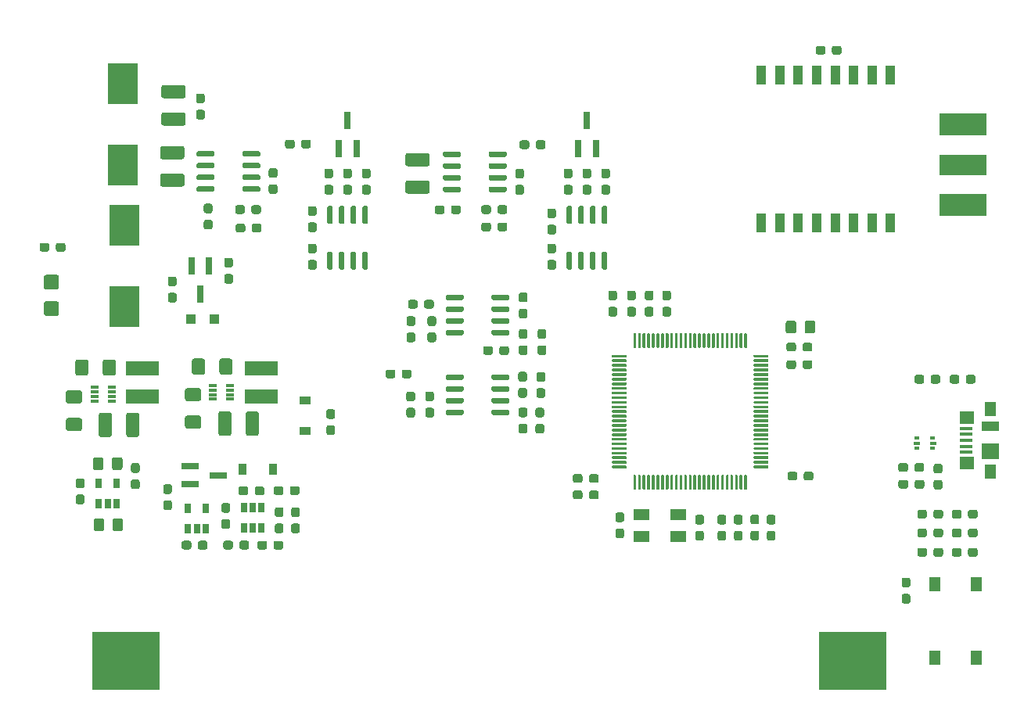
<source format=gbr>
%TF.GenerationSoftware,KiCad,Pcbnew,5.1.6-c6e7f7d~86~ubuntu18.04.1*%
%TF.CreationDate,2020-05-26T14:20:14+02:00*%
%TF.ProjectId,moeder_milda_v01,6d6f6564-6572-45f6-9d69-6c64615f7630,rev?*%
%TF.SameCoordinates,Original*%
%TF.FileFunction,Paste,Top*%
%TF.FilePolarity,Positive*%
%FSLAX46Y46*%
G04 Gerber Fmt 4.6, Leading zero omitted, Abs format (unit mm)*
G04 Created by KiCad (PCBNEW 5.1.6-c6e7f7d~86~ubuntu18.04.1) date 2020-05-26 14:20:14*
%MOMM*%
%LPD*%
G01*
G04 APERTURE LIST*
%ADD10R,1.900000X1.000000*%
%ADD11R,1.900000X1.800000*%
%ADD12R,1.300000X1.650000*%
%ADD13R,1.550000X1.425000*%
%ADD14R,1.380000X0.450000*%
%ADD15R,0.800000X1.900000*%
%ADD16R,1.000000X1.000000*%
%ADD17R,0.850000X0.300000*%
%ADD18R,3.600000X1.500000*%
%ADD19R,5.080000X2.290000*%
%ADD20R,5.080000X2.420000*%
%ADD21R,1.200000X0.900000*%
%ADD22R,7.340000X6.350000*%
%ADD23R,3.300000X4.500000*%
%ADD24R,0.900000X1.200000*%
%ADD25R,1.900000X0.800000*%
%ADD26R,1.300000X1.550000*%
%ADD27R,0.500000X0.375000*%
%ADD28R,0.650000X0.300000*%
%ADD29R,1.000000X2.000000*%
%ADD30R,0.650000X1.060000*%
%ADD31R,1.800000X1.200000*%
G04 APERTURE END LIST*
D10*
%TO.C,J1*%
X138487000Y-59981500D03*
D11*
X138487000Y-62681500D03*
D12*
X138487000Y-58156500D03*
X138487000Y-64906500D03*
D13*
X135912000Y-59044000D03*
X135912000Y-64019000D03*
D14*
X135827000Y-60231500D03*
X135827000Y-60881500D03*
X135827000Y-61531500D03*
X135827000Y-62181500D03*
X135827000Y-62831500D03*
%TD*%
%TO.C,C36*%
G36*
G01*
X42476000Y-63621499D02*
X42476000Y-64521501D01*
G75*
G02*
X42226001Y-64771500I-249999J0D01*
G01*
X41575999Y-64771500D01*
G75*
G02*
X41326000Y-64521501I0J249999D01*
G01*
X41326000Y-63621499D01*
G75*
G02*
X41575999Y-63371500I249999J0D01*
G01*
X42226001Y-63371500D01*
G75*
G02*
X42476000Y-63621499I0J-249999D01*
G01*
G37*
G36*
G01*
X44526000Y-63621499D02*
X44526000Y-64521501D01*
G75*
G02*
X44276001Y-64771500I-249999J0D01*
G01*
X43625999Y-64771500D01*
G75*
G02*
X43376000Y-64521501I0J249999D01*
G01*
X43376000Y-63621499D01*
G75*
G02*
X43625999Y-63371500I249999J0D01*
G01*
X44276001Y-63371500D01*
G75*
G02*
X44526000Y-63621499I0J-249999D01*
G01*
G37*
%TD*%
%TO.C,C34*%
G36*
G01*
X42539500Y-70225499D02*
X42539500Y-71125501D01*
G75*
G02*
X42289501Y-71375500I-249999J0D01*
G01*
X41639499Y-71375500D01*
G75*
G02*
X41389500Y-71125501I0J249999D01*
G01*
X41389500Y-70225499D01*
G75*
G02*
X41639499Y-69975500I249999J0D01*
G01*
X42289501Y-69975500D01*
G75*
G02*
X42539500Y-70225499I0J-249999D01*
G01*
G37*
G36*
G01*
X44589500Y-70225499D02*
X44589500Y-71125501D01*
G75*
G02*
X44339501Y-71375500I-249999J0D01*
G01*
X43689499Y-71375500D01*
G75*
G02*
X43439500Y-71125501I0J249999D01*
G01*
X43439500Y-70225499D01*
G75*
G02*
X43689499Y-69975500I249999J0D01*
G01*
X44339501Y-69975500D01*
G75*
G02*
X44589500Y-70225499I0J-249999D01*
G01*
G37*
%TD*%
%TO.C,R19*%
G36*
G01*
X54034700Y-38712600D02*
X53559700Y-38712600D01*
G75*
G02*
X53322200Y-38475100I0J237500D01*
G01*
X53322200Y-37900100D01*
G75*
G02*
X53559700Y-37662600I237500J0D01*
G01*
X54034700Y-37662600D01*
G75*
G02*
X54272200Y-37900100I0J-237500D01*
G01*
X54272200Y-38475100D01*
G75*
G02*
X54034700Y-38712600I-237500J0D01*
G01*
G37*
G36*
G01*
X54034700Y-36962600D02*
X53559700Y-36962600D01*
G75*
G02*
X53322200Y-36725100I0J237500D01*
G01*
X53322200Y-36150100D01*
G75*
G02*
X53559700Y-35912600I237500J0D01*
G01*
X54034700Y-35912600D01*
G75*
G02*
X54272200Y-36150100I0J-237500D01*
G01*
X54272200Y-36725100D01*
G75*
G02*
X54034700Y-36962600I-237500J0D01*
G01*
G37*
%TD*%
D15*
%TO.C,Q5*%
X52959000Y-45696000D03*
X52009000Y-42696000D03*
X53909000Y-42696000D03*
%TD*%
%TO.C,R28*%
G36*
G01*
X55769500Y-43530000D02*
X56244500Y-43530000D01*
G75*
G02*
X56482000Y-43767500I0J-237500D01*
G01*
X56482000Y-44342500D01*
G75*
G02*
X56244500Y-44580000I-237500J0D01*
G01*
X55769500Y-44580000D01*
G75*
G02*
X55532000Y-44342500I0J237500D01*
G01*
X55532000Y-43767500D01*
G75*
G02*
X55769500Y-43530000I237500J0D01*
G01*
G37*
G36*
G01*
X55769500Y-41780000D02*
X56244500Y-41780000D01*
G75*
G02*
X56482000Y-42017500I0J-237500D01*
G01*
X56482000Y-42592500D01*
G75*
G02*
X56244500Y-42830000I-237500J0D01*
G01*
X55769500Y-42830000D01*
G75*
G02*
X55532000Y-42592500I0J237500D01*
G01*
X55532000Y-42017500D01*
G75*
G02*
X55769500Y-41780000I237500J0D01*
G01*
G37*
%TD*%
%TO.C,R29*%
G36*
G01*
X50148500Y-44862000D02*
X49673500Y-44862000D01*
G75*
G02*
X49436000Y-44624500I0J237500D01*
G01*
X49436000Y-44049500D01*
G75*
G02*
X49673500Y-43812000I237500J0D01*
G01*
X50148500Y-43812000D01*
G75*
G02*
X50386000Y-44049500I0J-237500D01*
G01*
X50386000Y-44624500D01*
G75*
G02*
X50148500Y-44862000I-237500J0D01*
G01*
G37*
G36*
G01*
X50148500Y-46612000D02*
X49673500Y-46612000D01*
G75*
G02*
X49436000Y-46374500I0J237500D01*
G01*
X49436000Y-45799500D01*
G75*
G02*
X49673500Y-45562000I237500J0D01*
G01*
X50148500Y-45562000D01*
G75*
G02*
X50386000Y-45799500I0J-237500D01*
G01*
X50386000Y-46374500D01*
G75*
G02*
X50148500Y-46612000I-237500J0D01*
G01*
G37*
%TD*%
D16*
%TO.C,D10*%
X51963000Y-48387000D03*
X54463000Y-48387000D03*
%TD*%
%TO.C,F1*%
G36*
G01*
X37405000Y-48072000D02*
X36255000Y-48072000D01*
G75*
G02*
X36005000Y-47822000I0J250000D01*
G01*
X36005000Y-46722000D01*
G75*
G02*
X36255000Y-46472000I250000J0D01*
G01*
X37405000Y-46472000D01*
G75*
G02*
X37655000Y-46722000I0J-250000D01*
G01*
X37655000Y-47822000D01*
G75*
G02*
X37405000Y-48072000I-250000J0D01*
G01*
G37*
G36*
G01*
X37405000Y-45222000D02*
X36255000Y-45222000D01*
G75*
G02*
X36005000Y-44972000I0J250000D01*
G01*
X36005000Y-43872000D01*
G75*
G02*
X36255000Y-43622000I250000J0D01*
G01*
X37405000Y-43622000D01*
G75*
G02*
X37655000Y-43872000I0J-250000D01*
G01*
X37655000Y-44972000D01*
G75*
G02*
X37405000Y-45222000I-250000J0D01*
G01*
G37*
%TD*%
%TO.C,R14*%
G36*
G01*
X88121500Y-52301600D02*
X87646500Y-52301600D01*
G75*
G02*
X87409000Y-52064100I0J237500D01*
G01*
X87409000Y-51489100D01*
G75*
G02*
X87646500Y-51251600I237500J0D01*
G01*
X88121500Y-51251600D01*
G75*
G02*
X88359000Y-51489100I0J-237500D01*
G01*
X88359000Y-52064100D01*
G75*
G02*
X88121500Y-52301600I-237500J0D01*
G01*
G37*
G36*
G01*
X88121500Y-50551600D02*
X87646500Y-50551600D01*
G75*
G02*
X87409000Y-50314100I0J237500D01*
G01*
X87409000Y-49739100D01*
G75*
G02*
X87646500Y-49501600I237500J0D01*
G01*
X88121500Y-49501600D01*
G75*
G02*
X88359000Y-49739100I0J-237500D01*
G01*
X88359000Y-50314100D01*
G75*
G02*
X88121500Y-50551600I-237500J0D01*
G01*
G37*
%TD*%
%TO.C,R13*%
G36*
G01*
X75505300Y-49859680D02*
X75980300Y-49859680D01*
G75*
G02*
X76217800Y-50097180I0J-237500D01*
G01*
X76217800Y-50672180D01*
G75*
G02*
X75980300Y-50909680I-237500J0D01*
G01*
X75505300Y-50909680D01*
G75*
G02*
X75267800Y-50672180I0J237500D01*
G01*
X75267800Y-50097180D01*
G75*
G02*
X75505300Y-49859680I237500J0D01*
G01*
G37*
G36*
G01*
X75505300Y-48109680D02*
X75980300Y-48109680D01*
G75*
G02*
X76217800Y-48347180I0J-237500D01*
G01*
X76217800Y-48922180D01*
G75*
G02*
X75980300Y-49159680I-237500J0D01*
G01*
X75505300Y-49159680D01*
G75*
G02*
X75267800Y-48922180I0J237500D01*
G01*
X75267800Y-48347180D01*
G75*
G02*
X75505300Y-48109680I237500J0D01*
G01*
G37*
%TD*%
D17*
%TO.C,U14*%
X54284840Y-55589740D03*
X54284840Y-56089740D03*
X54284840Y-56589740D03*
X54284840Y-57089740D03*
X56184840Y-57089740D03*
X56184840Y-56589740D03*
X56184840Y-56089740D03*
X56184840Y-55589740D03*
%TD*%
%TO.C,U8*%
X41470540Y-55805640D03*
X41470540Y-56305640D03*
X41470540Y-56805640D03*
X41470540Y-57305640D03*
X43370540Y-57305640D03*
X43370540Y-56805640D03*
X43370540Y-56305640D03*
X43370540Y-55805640D03*
%TD*%
D18*
%TO.C,L2*%
X59514740Y-53709840D03*
X59514740Y-56759840D03*
%TD*%
%TO.C,L1*%
X46687740Y-53760640D03*
X46687740Y-56810640D03*
%TD*%
%TO.C,C32*%
G36*
G01*
X51536440Y-55879640D02*
X52786440Y-55879640D01*
G75*
G02*
X53036440Y-56129640I0J-250000D01*
G01*
X53036440Y-57054640D01*
G75*
G02*
X52786440Y-57304640I-250000J0D01*
G01*
X51536440Y-57304640D01*
G75*
G02*
X51286440Y-57054640I0J250000D01*
G01*
X51286440Y-56129640D01*
G75*
G02*
X51536440Y-55879640I250000J0D01*
G01*
G37*
G36*
G01*
X51536440Y-58854640D02*
X52786440Y-58854640D01*
G75*
G02*
X53036440Y-59104640I0J-250000D01*
G01*
X53036440Y-60029640D01*
G75*
G02*
X52786440Y-60279640I-250000J0D01*
G01*
X51536440Y-60279640D01*
G75*
G02*
X51286440Y-60029640I0J250000D01*
G01*
X51286440Y-59104640D01*
G75*
G02*
X51536440Y-58854640I250000J0D01*
G01*
G37*
%TD*%
%TO.C,C31*%
G36*
G01*
X59289040Y-58642940D02*
X59289040Y-60792940D01*
G75*
G02*
X59039040Y-61042940I-250000J0D01*
G01*
X58114040Y-61042940D01*
G75*
G02*
X57864040Y-60792940I0J250000D01*
G01*
X57864040Y-58642940D01*
G75*
G02*
X58114040Y-58392940I250000J0D01*
G01*
X59039040Y-58392940D01*
G75*
G02*
X59289040Y-58642940I0J-250000D01*
G01*
G37*
G36*
G01*
X56314040Y-58642940D02*
X56314040Y-60792940D01*
G75*
G02*
X56064040Y-61042940I-250000J0D01*
G01*
X55139040Y-61042940D01*
G75*
G02*
X54889040Y-60792940I0J250000D01*
G01*
X54889040Y-58642940D01*
G75*
G02*
X55139040Y-58392940I250000J0D01*
G01*
X56064040Y-58392940D01*
G75*
G02*
X56314040Y-58642940I0J-250000D01*
G01*
G37*
%TD*%
%TO.C,C30*%
G36*
G01*
X52031540Y-54183440D02*
X52031540Y-52933440D01*
G75*
G02*
X52281540Y-52683440I250000J0D01*
G01*
X53206540Y-52683440D01*
G75*
G02*
X53456540Y-52933440I0J-250000D01*
G01*
X53456540Y-54183440D01*
G75*
G02*
X53206540Y-54433440I-250000J0D01*
G01*
X52281540Y-54433440D01*
G75*
G02*
X52031540Y-54183440I0J250000D01*
G01*
G37*
G36*
G01*
X55006540Y-54183440D02*
X55006540Y-52933440D01*
G75*
G02*
X55256540Y-52683440I250000J0D01*
G01*
X56181540Y-52683440D01*
G75*
G02*
X56431540Y-52933440I0J-250000D01*
G01*
X56431540Y-54183440D01*
G75*
G02*
X56181540Y-54433440I-250000J0D01*
G01*
X55256540Y-54433440D01*
G75*
G02*
X55006540Y-54183440I0J250000D01*
G01*
G37*
%TD*%
%TO.C,C29*%
G36*
G01*
X38645940Y-56133640D02*
X39895940Y-56133640D01*
G75*
G02*
X40145940Y-56383640I0J-250000D01*
G01*
X40145940Y-57308640D01*
G75*
G02*
X39895940Y-57558640I-250000J0D01*
G01*
X38645940Y-57558640D01*
G75*
G02*
X38395940Y-57308640I0J250000D01*
G01*
X38395940Y-56383640D01*
G75*
G02*
X38645940Y-56133640I250000J0D01*
G01*
G37*
G36*
G01*
X38645940Y-59108640D02*
X39895940Y-59108640D01*
G75*
G02*
X40145940Y-59358640I0J-250000D01*
G01*
X40145940Y-60283640D01*
G75*
G02*
X39895940Y-60533640I-250000J0D01*
G01*
X38645940Y-60533640D01*
G75*
G02*
X38395940Y-60283640I0J250000D01*
G01*
X38395940Y-59358640D01*
G75*
G02*
X38645940Y-59108640I250000J0D01*
G01*
G37*
%TD*%
%TO.C,C28*%
G36*
G01*
X39407740Y-54285040D02*
X39407740Y-53035040D01*
G75*
G02*
X39657740Y-52785040I250000J0D01*
G01*
X40582740Y-52785040D01*
G75*
G02*
X40832740Y-53035040I0J-250000D01*
G01*
X40832740Y-54285040D01*
G75*
G02*
X40582740Y-54535040I-250000J0D01*
G01*
X39657740Y-54535040D01*
G75*
G02*
X39407740Y-54285040I0J250000D01*
G01*
G37*
G36*
G01*
X42382740Y-54285040D02*
X42382740Y-53035040D01*
G75*
G02*
X42632740Y-52785040I250000J0D01*
G01*
X43557740Y-52785040D01*
G75*
G02*
X43807740Y-53035040I0J-250000D01*
G01*
X43807740Y-54285040D01*
G75*
G02*
X43557740Y-54535040I-250000J0D01*
G01*
X42632740Y-54535040D01*
G75*
G02*
X42382740Y-54285040I0J250000D01*
G01*
G37*
%TD*%
%TO.C,C27*%
G36*
G01*
X46347740Y-58782640D02*
X46347740Y-60932640D01*
G75*
G02*
X46097740Y-61182640I-250000J0D01*
G01*
X45172740Y-61182640D01*
G75*
G02*
X44922740Y-60932640I0J250000D01*
G01*
X44922740Y-58782640D01*
G75*
G02*
X45172740Y-58532640I250000J0D01*
G01*
X46097740Y-58532640D01*
G75*
G02*
X46347740Y-58782640I0J-250000D01*
G01*
G37*
G36*
G01*
X43372740Y-58782640D02*
X43372740Y-60932640D01*
G75*
G02*
X43122740Y-61182640I-250000J0D01*
G01*
X42197740Y-61182640D01*
G75*
G02*
X41947740Y-60932640I0J250000D01*
G01*
X41947740Y-58782640D01*
G75*
G02*
X42197740Y-58532640I250000J0D01*
G01*
X43122740Y-58532640D01*
G75*
G02*
X43372740Y-58782640I0J-250000D01*
G01*
G37*
%TD*%
%TO.C,U13*%
G36*
G01*
X79201600Y-30706200D02*
X79201600Y-30406200D01*
G75*
G02*
X79351600Y-30256200I150000J0D01*
G01*
X81001600Y-30256200D01*
G75*
G02*
X81151600Y-30406200I0J-150000D01*
G01*
X81151600Y-30706200D01*
G75*
G02*
X81001600Y-30856200I-150000J0D01*
G01*
X79351600Y-30856200D01*
G75*
G02*
X79201600Y-30706200I0J150000D01*
G01*
G37*
G36*
G01*
X79201600Y-31976200D02*
X79201600Y-31676200D01*
G75*
G02*
X79351600Y-31526200I150000J0D01*
G01*
X81001600Y-31526200D01*
G75*
G02*
X81151600Y-31676200I0J-150000D01*
G01*
X81151600Y-31976200D01*
G75*
G02*
X81001600Y-32126200I-150000J0D01*
G01*
X79351600Y-32126200D01*
G75*
G02*
X79201600Y-31976200I0J150000D01*
G01*
G37*
G36*
G01*
X79201600Y-33246200D02*
X79201600Y-32946200D01*
G75*
G02*
X79351600Y-32796200I150000J0D01*
G01*
X81001600Y-32796200D01*
G75*
G02*
X81151600Y-32946200I0J-150000D01*
G01*
X81151600Y-33246200D01*
G75*
G02*
X81001600Y-33396200I-150000J0D01*
G01*
X79351600Y-33396200D01*
G75*
G02*
X79201600Y-33246200I0J150000D01*
G01*
G37*
G36*
G01*
X79201600Y-34516200D02*
X79201600Y-34216200D01*
G75*
G02*
X79351600Y-34066200I150000J0D01*
G01*
X81001600Y-34066200D01*
G75*
G02*
X81151600Y-34216200I0J-150000D01*
G01*
X81151600Y-34516200D01*
G75*
G02*
X81001600Y-34666200I-150000J0D01*
G01*
X79351600Y-34666200D01*
G75*
G02*
X79201600Y-34516200I0J150000D01*
G01*
G37*
G36*
G01*
X84151600Y-34516200D02*
X84151600Y-34216200D01*
G75*
G02*
X84301600Y-34066200I150000J0D01*
G01*
X85951600Y-34066200D01*
G75*
G02*
X86101600Y-34216200I0J-150000D01*
G01*
X86101600Y-34516200D01*
G75*
G02*
X85951600Y-34666200I-150000J0D01*
G01*
X84301600Y-34666200D01*
G75*
G02*
X84151600Y-34516200I0J150000D01*
G01*
G37*
G36*
G01*
X84151600Y-33246200D02*
X84151600Y-32946200D01*
G75*
G02*
X84301600Y-32796200I150000J0D01*
G01*
X85951600Y-32796200D01*
G75*
G02*
X86101600Y-32946200I0J-150000D01*
G01*
X86101600Y-33246200D01*
G75*
G02*
X85951600Y-33396200I-150000J0D01*
G01*
X84301600Y-33396200D01*
G75*
G02*
X84151600Y-33246200I0J150000D01*
G01*
G37*
G36*
G01*
X84151600Y-31976200D02*
X84151600Y-31676200D01*
G75*
G02*
X84301600Y-31526200I150000J0D01*
G01*
X85951600Y-31526200D01*
G75*
G02*
X86101600Y-31676200I0J-150000D01*
G01*
X86101600Y-31976200D01*
G75*
G02*
X85951600Y-32126200I-150000J0D01*
G01*
X84301600Y-32126200D01*
G75*
G02*
X84151600Y-31976200I0J150000D01*
G01*
G37*
G36*
G01*
X84151600Y-30706200D02*
X84151600Y-30406200D01*
G75*
G02*
X84301600Y-30256200I150000J0D01*
G01*
X85951600Y-30256200D01*
G75*
G02*
X86101600Y-30406200I0J-150000D01*
G01*
X86101600Y-30706200D01*
G75*
G02*
X85951600Y-30856200I-150000J0D01*
G01*
X84301600Y-30856200D01*
G75*
G02*
X84151600Y-30706200I0J150000D01*
G01*
G37*
%TD*%
%TO.C,U9*%
G36*
G01*
X52531600Y-30680800D02*
X52531600Y-30380800D01*
G75*
G02*
X52681600Y-30230800I150000J0D01*
G01*
X54331600Y-30230800D01*
G75*
G02*
X54481600Y-30380800I0J-150000D01*
G01*
X54481600Y-30680800D01*
G75*
G02*
X54331600Y-30830800I-150000J0D01*
G01*
X52681600Y-30830800D01*
G75*
G02*
X52531600Y-30680800I0J150000D01*
G01*
G37*
G36*
G01*
X52531600Y-31950800D02*
X52531600Y-31650800D01*
G75*
G02*
X52681600Y-31500800I150000J0D01*
G01*
X54331600Y-31500800D01*
G75*
G02*
X54481600Y-31650800I0J-150000D01*
G01*
X54481600Y-31950800D01*
G75*
G02*
X54331600Y-32100800I-150000J0D01*
G01*
X52681600Y-32100800D01*
G75*
G02*
X52531600Y-31950800I0J150000D01*
G01*
G37*
G36*
G01*
X52531600Y-33220800D02*
X52531600Y-32920800D01*
G75*
G02*
X52681600Y-32770800I150000J0D01*
G01*
X54331600Y-32770800D01*
G75*
G02*
X54481600Y-32920800I0J-150000D01*
G01*
X54481600Y-33220800D01*
G75*
G02*
X54331600Y-33370800I-150000J0D01*
G01*
X52681600Y-33370800D01*
G75*
G02*
X52531600Y-33220800I0J150000D01*
G01*
G37*
G36*
G01*
X52531600Y-34490800D02*
X52531600Y-34190800D01*
G75*
G02*
X52681600Y-34040800I150000J0D01*
G01*
X54331600Y-34040800D01*
G75*
G02*
X54481600Y-34190800I0J-150000D01*
G01*
X54481600Y-34490800D01*
G75*
G02*
X54331600Y-34640800I-150000J0D01*
G01*
X52681600Y-34640800D01*
G75*
G02*
X52531600Y-34490800I0J150000D01*
G01*
G37*
G36*
G01*
X57481600Y-34490800D02*
X57481600Y-34190800D01*
G75*
G02*
X57631600Y-34040800I150000J0D01*
G01*
X59281600Y-34040800D01*
G75*
G02*
X59431600Y-34190800I0J-150000D01*
G01*
X59431600Y-34490800D01*
G75*
G02*
X59281600Y-34640800I-150000J0D01*
G01*
X57631600Y-34640800D01*
G75*
G02*
X57481600Y-34490800I0J150000D01*
G01*
G37*
G36*
G01*
X57481600Y-33220800D02*
X57481600Y-32920800D01*
G75*
G02*
X57631600Y-32770800I150000J0D01*
G01*
X59281600Y-32770800D01*
G75*
G02*
X59431600Y-32920800I0J-150000D01*
G01*
X59431600Y-33220800D01*
G75*
G02*
X59281600Y-33370800I-150000J0D01*
G01*
X57631600Y-33370800D01*
G75*
G02*
X57481600Y-33220800I0J150000D01*
G01*
G37*
G36*
G01*
X57481600Y-31950800D02*
X57481600Y-31650800D01*
G75*
G02*
X57631600Y-31500800I150000J0D01*
G01*
X59281600Y-31500800D01*
G75*
G02*
X59431600Y-31650800I0J-150000D01*
G01*
X59431600Y-31950800D01*
G75*
G02*
X59281600Y-32100800I-150000J0D01*
G01*
X57631600Y-32100800D01*
G75*
G02*
X57481600Y-31950800I0J150000D01*
G01*
G37*
G36*
G01*
X57481600Y-30680800D02*
X57481600Y-30380800D01*
G75*
G02*
X57631600Y-30230800I150000J0D01*
G01*
X59281600Y-30230800D01*
G75*
G02*
X59431600Y-30380800I0J-150000D01*
G01*
X59431600Y-30680800D01*
G75*
G02*
X59281600Y-30830800I-150000J0D01*
G01*
X57631600Y-30830800D01*
G75*
G02*
X57481600Y-30680800I0J150000D01*
G01*
G37*
%TD*%
%TO.C,R32*%
G36*
G01*
X83359800Y-38680400D02*
X83359800Y-38205400D01*
G75*
G02*
X83597300Y-37967900I237500J0D01*
G01*
X84172300Y-37967900D01*
G75*
G02*
X84409800Y-38205400I0J-237500D01*
G01*
X84409800Y-38680400D01*
G75*
G02*
X84172300Y-38917900I-237500J0D01*
G01*
X83597300Y-38917900D01*
G75*
G02*
X83359800Y-38680400I0J237500D01*
G01*
G37*
G36*
G01*
X85109800Y-38680400D02*
X85109800Y-38205400D01*
G75*
G02*
X85347300Y-37967900I237500J0D01*
G01*
X85922300Y-37967900D01*
G75*
G02*
X86159800Y-38205400I0J-237500D01*
G01*
X86159800Y-38680400D01*
G75*
G02*
X85922300Y-38917900I-237500J0D01*
G01*
X85347300Y-38917900D01*
G75*
G02*
X85109800Y-38680400I0J237500D01*
G01*
G37*
%TD*%
%TO.C,R30*%
G36*
G01*
X86158500Y-36313100D02*
X86158500Y-36788100D01*
G75*
G02*
X85921000Y-37025600I-237500J0D01*
G01*
X85346000Y-37025600D01*
G75*
G02*
X85108500Y-36788100I0J237500D01*
G01*
X85108500Y-36313100D01*
G75*
G02*
X85346000Y-36075600I237500J0D01*
G01*
X85921000Y-36075600D01*
G75*
G02*
X86158500Y-36313100I0J-237500D01*
G01*
G37*
G36*
G01*
X84408500Y-36313100D02*
X84408500Y-36788100D01*
G75*
G02*
X84171000Y-37025600I-237500J0D01*
G01*
X83596000Y-37025600D01*
G75*
G02*
X83358500Y-36788100I0J237500D01*
G01*
X83358500Y-36313100D01*
G75*
G02*
X83596000Y-36075600I237500J0D01*
G01*
X84171000Y-36075600D01*
G75*
G02*
X84408500Y-36313100I0J-237500D01*
G01*
G37*
%TD*%
%TO.C,R27*%
G36*
G01*
X78330600Y-36813500D02*
X78330600Y-36338500D01*
G75*
G02*
X78568100Y-36101000I237500J0D01*
G01*
X79143100Y-36101000D01*
G75*
G02*
X79380600Y-36338500I0J-237500D01*
G01*
X79380600Y-36813500D01*
G75*
G02*
X79143100Y-37051000I-237500J0D01*
G01*
X78568100Y-37051000D01*
G75*
G02*
X78330600Y-36813500I0J237500D01*
G01*
G37*
G36*
G01*
X80080600Y-36813500D02*
X80080600Y-36338500D01*
G75*
G02*
X80318100Y-36101000I237500J0D01*
G01*
X80893100Y-36101000D01*
G75*
G02*
X81130600Y-36338500I0J-237500D01*
G01*
X81130600Y-36813500D01*
G75*
G02*
X80893100Y-37051000I-237500J0D01*
G01*
X80318100Y-37051000D01*
G75*
G02*
X80080600Y-36813500I0J237500D01*
G01*
G37*
%TD*%
%TO.C,R25*%
G36*
G01*
X87740500Y-34940700D02*
X87265500Y-34940700D01*
G75*
G02*
X87028000Y-34703200I0J237500D01*
G01*
X87028000Y-34128200D01*
G75*
G02*
X87265500Y-33890700I237500J0D01*
G01*
X87740500Y-33890700D01*
G75*
G02*
X87978000Y-34128200I0J-237500D01*
G01*
X87978000Y-34703200D01*
G75*
G02*
X87740500Y-34940700I-237500J0D01*
G01*
G37*
G36*
G01*
X87740500Y-33190700D02*
X87265500Y-33190700D01*
G75*
G02*
X87028000Y-32953200I0J237500D01*
G01*
X87028000Y-32378200D01*
G75*
G02*
X87265500Y-32140700I237500J0D01*
G01*
X87740500Y-32140700D01*
G75*
G02*
X87978000Y-32378200I0J-237500D01*
G01*
X87978000Y-32953200D01*
G75*
G02*
X87740500Y-33190700I-237500J0D01*
G01*
G37*
%TD*%
%TO.C,R24*%
G36*
G01*
X56766000Y-38794700D02*
X56766000Y-38319700D01*
G75*
G02*
X57003500Y-38082200I237500J0D01*
G01*
X57578500Y-38082200D01*
G75*
G02*
X57816000Y-38319700I0J-237500D01*
G01*
X57816000Y-38794700D01*
G75*
G02*
X57578500Y-39032200I-237500J0D01*
G01*
X57003500Y-39032200D01*
G75*
G02*
X56766000Y-38794700I0J237500D01*
G01*
G37*
G36*
G01*
X58516000Y-38794700D02*
X58516000Y-38319700D01*
G75*
G02*
X58753500Y-38082200I237500J0D01*
G01*
X59328500Y-38082200D01*
G75*
G02*
X59566000Y-38319700I0J-237500D01*
G01*
X59566000Y-38794700D01*
G75*
G02*
X59328500Y-39032200I-237500J0D01*
G01*
X58753500Y-39032200D01*
G75*
G02*
X58516000Y-38794700I0J237500D01*
G01*
G37*
%TD*%
%TO.C,R21*%
G36*
G01*
X59515200Y-36313100D02*
X59515200Y-36788100D01*
G75*
G02*
X59277700Y-37025600I-237500J0D01*
G01*
X58702700Y-37025600D01*
G75*
G02*
X58465200Y-36788100I0J237500D01*
G01*
X58465200Y-36313100D01*
G75*
G02*
X58702700Y-36075600I237500J0D01*
G01*
X59277700Y-36075600D01*
G75*
G02*
X59515200Y-36313100I0J-237500D01*
G01*
G37*
G36*
G01*
X57765200Y-36313100D02*
X57765200Y-36788100D01*
G75*
G02*
X57527700Y-37025600I-237500J0D01*
G01*
X56952700Y-37025600D01*
G75*
G02*
X56715200Y-36788100I0J237500D01*
G01*
X56715200Y-36313100D01*
G75*
G02*
X56952700Y-36075600I237500J0D01*
G01*
X57527700Y-36075600D01*
G75*
G02*
X57765200Y-36313100I0J-237500D01*
G01*
G37*
%TD*%
%TO.C,R18*%
G36*
G01*
X61057800Y-34864500D02*
X60582800Y-34864500D01*
G75*
G02*
X60345300Y-34627000I0J237500D01*
G01*
X60345300Y-34052000D01*
G75*
G02*
X60582800Y-33814500I237500J0D01*
G01*
X61057800Y-33814500D01*
G75*
G02*
X61295300Y-34052000I0J-237500D01*
G01*
X61295300Y-34627000D01*
G75*
G02*
X61057800Y-34864500I-237500J0D01*
G01*
G37*
G36*
G01*
X61057800Y-33114500D02*
X60582800Y-33114500D01*
G75*
G02*
X60345300Y-32877000I0J237500D01*
G01*
X60345300Y-32302000D01*
G75*
G02*
X60582800Y-32064500I237500J0D01*
G01*
X61057800Y-32064500D01*
G75*
G02*
X61295300Y-32302000I0J-237500D01*
G01*
X61295300Y-32877000D01*
G75*
G02*
X61057800Y-33114500I-237500J0D01*
G01*
G37*
%TD*%
%TO.C,C37*%
G36*
G01*
X75379000Y-30439000D02*
X77529000Y-30439000D01*
G75*
G02*
X77779000Y-30689000I0J-250000D01*
G01*
X77779000Y-31614000D01*
G75*
G02*
X77529000Y-31864000I-250000J0D01*
G01*
X75379000Y-31864000D01*
G75*
G02*
X75129000Y-31614000I0J250000D01*
G01*
X75129000Y-30689000D01*
G75*
G02*
X75379000Y-30439000I250000J0D01*
G01*
G37*
G36*
G01*
X75379000Y-33414000D02*
X77529000Y-33414000D01*
G75*
G02*
X77779000Y-33664000I0J-250000D01*
G01*
X77779000Y-34589000D01*
G75*
G02*
X77529000Y-34839000I-250000J0D01*
G01*
X75379000Y-34839000D01*
G75*
G02*
X75129000Y-34589000I0J250000D01*
G01*
X75129000Y-33664000D01*
G75*
G02*
X75379000Y-33414000I250000J0D01*
G01*
G37*
%TD*%
%TO.C,C33*%
G36*
G01*
X48836000Y-29677000D02*
X50986000Y-29677000D01*
G75*
G02*
X51236000Y-29927000I0J-250000D01*
G01*
X51236000Y-30852000D01*
G75*
G02*
X50986000Y-31102000I-250000J0D01*
G01*
X48836000Y-31102000D01*
G75*
G02*
X48586000Y-30852000I0J250000D01*
G01*
X48586000Y-29927000D01*
G75*
G02*
X48836000Y-29677000I250000J0D01*
G01*
G37*
G36*
G01*
X48836000Y-32652000D02*
X50986000Y-32652000D01*
G75*
G02*
X51236000Y-32902000I0J-250000D01*
G01*
X51236000Y-33827000D01*
G75*
G02*
X50986000Y-34077000I-250000J0D01*
G01*
X48836000Y-34077000D01*
G75*
G02*
X48586000Y-33827000I0J250000D01*
G01*
X48586000Y-32902000D01*
G75*
G02*
X48836000Y-32652000I250000J0D01*
G01*
G37*
%TD*%
D19*
%TO.C,AE1*%
X135527200Y-31699200D03*
D20*
X135527200Y-36079200D03*
X135527200Y-27319200D03*
%TD*%
D21*
%TO.C,D13*%
X64262000Y-60552600D03*
X64262000Y-57252600D03*
%TD*%
%TO.C,C54*%
G36*
G01*
X132553700Y-64081200D02*
X133028700Y-64081200D01*
G75*
G02*
X133266200Y-64318700I0J-237500D01*
G01*
X133266200Y-64893700D01*
G75*
G02*
X133028700Y-65131200I-237500J0D01*
G01*
X132553700Y-65131200D01*
G75*
G02*
X132316200Y-64893700I0J237500D01*
G01*
X132316200Y-64318700D01*
G75*
G02*
X132553700Y-64081200I237500J0D01*
G01*
G37*
G36*
G01*
X132553700Y-65831200D02*
X133028700Y-65831200D01*
G75*
G02*
X133266200Y-66068700I0J-237500D01*
G01*
X133266200Y-66643700D01*
G75*
G02*
X133028700Y-66881200I-237500J0D01*
G01*
X132553700Y-66881200D01*
G75*
G02*
X132316200Y-66643700I0J237500D01*
G01*
X132316200Y-66068700D01*
G75*
G02*
X132553700Y-65831200I237500J0D01*
G01*
G37*
%TD*%
D22*
%TO.C,BT1*%
X123581800Y-85407500D03*
X44921800Y-85407500D03*
%TD*%
%TO.C,C1*%
G36*
G01*
X110938300Y-69593000D02*
X111413300Y-69593000D01*
G75*
G02*
X111650800Y-69830500I0J-237500D01*
G01*
X111650800Y-70405500D01*
G75*
G02*
X111413300Y-70643000I-237500J0D01*
G01*
X110938300Y-70643000D01*
G75*
G02*
X110700800Y-70405500I0J237500D01*
G01*
X110700800Y-69830500D01*
G75*
G02*
X110938300Y-69593000I237500J0D01*
G01*
G37*
G36*
G01*
X110938300Y-71343000D02*
X111413300Y-71343000D01*
G75*
G02*
X111650800Y-71580500I0J-237500D01*
G01*
X111650800Y-72155500D01*
G75*
G02*
X111413300Y-72393000I-237500J0D01*
G01*
X110938300Y-72393000D01*
G75*
G02*
X110700800Y-72155500I0J237500D01*
G01*
X110700800Y-71580500D01*
G75*
G02*
X110938300Y-71343000I237500J0D01*
G01*
G37*
%TD*%
%TO.C,C2*%
G36*
G01*
X99856300Y-46386000D02*
X99381300Y-46386000D01*
G75*
G02*
X99143800Y-46148500I0J237500D01*
G01*
X99143800Y-45573500D01*
G75*
G02*
X99381300Y-45336000I237500J0D01*
G01*
X99856300Y-45336000D01*
G75*
G02*
X100093800Y-45573500I0J-237500D01*
G01*
X100093800Y-46148500D01*
G75*
G02*
X99856300Y-46386000I-237500J0D01*
G01*
G37*
G36*
G01*
X99856300Y-48136000D02*
X99381300Y-48136000D01*
G75*
G02*
X99143800Y-47898500I0J237500D01*
G01*
X99143800Y-47323500D01*
G75*
G02*
X99381300Y-47086000I237500J0D01*
G01*
X99856300Y-47086000D01*
G75*
G02*
X100093800Y-47323500I0J-237500D01*
G01*
X100093800Y-47898500D01*
G75*
G02*
X99856300Y-48136000I-237500J0D01*
G01*
G37*
%TD*%
%TO.C,C3*%
G36*
G01*
X96065800Y-65421500D02*
X96065800Y-65896500D01*
G75*
G02*
X95828300Y-66134000I-237500J0D01*
G01*
X95253300Y-66134000D01*
G75*
G02*
X95015800Y-65896500I0J237500D01*
G01*
X95015800Y-65421500D01*
G75*
G02*
X95253300Y-65184000I237500J0D01*
G01*
X95828300Y-65184000D01*
G75*
G02*
X96065800Y-65421500I0J-237500D01*
G01*
G37*
G36*
G01*
X94315800Y-65421500D02*
X94315800Y-65896500D01*
G75*
G02*
X94078300Y-66134000I-237500J0D01*
G01*
X93503300Y-66134000D01*
G75*
G02*
X93265800Y-65896500I0J237500D01*
G01*
X93265800Y-65421500D01*
G75*
G02*
X93503300Y-65184000I237500J0D01*
G01*
X94078300Y-65184000D01*
G75*
G02*
X94315800Y-65421500I0J-237500D01*
G01*
G37*
%TD*%
%TO.C,C4*%
G36*
G01*
X118129800Y-51672500D02*
X118129800Y-51197500D01*
G75*
G02*
X118367300Y-50960000I237500J0D01*
G01*
X118942300Y-50960000D01*
G75*
G02*
X119179800Y-51197500I0J-237500D01*
G01*
X119179800Y-51672500D01*
G75*
G02*
X118942300Y-51910000I-237500J0D01*
G01*
X118367300Y-51910000D01*
G75*
G02*
X118129800Y-51672500I0J237500D01*
G01*
G37*
G36*
G01*
X116379800Y-51672500D02*
X116379800Y-51197500D01*
G75*
G02*
X116617300Y-50960000I237500J0D01*
G01*
X117192300Y-50960000D01*
G75*
G02*
X117429800Y-51197500I0J-237500D01*
G01*
X117429800Y-51672500D01*
G75*
G02*
X117192300Y-51910000I-237500J0D01*
G01*
X116617300Y-51910000D01*
G75*
G02*
X116379800Y-51672500I0J237500D01*
G01*
G37*
%TD*%
%TO.C,C5*%
G36*
G01*
X116506800Y-65642500D02*
X116506800Y-65167500D01*
G75*
G02*
X116744300Y-64930000I237500J0D01*
G01*
X117319300Y-64930000D01*
G75*
G02*
X117556800Y-65167500I0J-237500D01*
G01*
X117556800Y-65642500D01*
G75*
G02*
X117319300Y-65880000I-237500J0D01*
G01*
X116744300Y-65880000D01*
G75*
G02*
X116506800Y-65642500I0J237500D01*
G01*
G37*
G36*
G01*
X118256800Y-65642500D02*
X118256800Y-65167500D01*
G75*
G02*
X118494300Y-64930000I237500J0D01*
G01*
X119069300Y-64930000D01*
G75*
G02*
X119306800Y-65167500I0J-237500D01*
G01*
X119306800Y-65642500D01*
G75*
G02*
X119069300Y-65880000I-237500J0D01*
G01*
X118494300Y-65880000D01*
G75*
G02*
X118256800Y-65642500I0J237500D01*
G01*
G37*
%TD*%
%TO.C,C6*%
G36*
G01*
X109160300Y-71343000D02*
X109635300Y-71343000D01*
G75*
G02*
X109872800Y-71580500I0J-237500D01*
G01*
X109872800Y-72155500D01*
G75*
G02*
X109635300Y-72393000I-237500J0D01*
G01*
X109160300Y-72393000D01*
G75*
G02*
X108922800Y-72155500I0J237500D01*
G01*
X108922800Y-71580500D01*
G75*
G02*
X109160300Y-71343000I237500J0D01*
G01*
G37*
G36*
G01*
X109160300Y-69593000D02*
X109635300Y-69593000D01*
G75*
G02*
X109872800Y-69830500I0J-237500D01*
G01*
X109872800Y-70405500D01*
G75*
G02*
X109635300Y-70643000I-237500J0D01*
G01*
X109160300Y-70643000D01*
G75*
G02*
X108922800Y-70405500I0J237500D01*
G01*
X108922800Y-69830500D01*
G75*
G02*
X109160300Y-69593000I237500J0D01*
G01*
G37*
%TD*%
%TO.C,C7*%
G36*
G01*
X96065800Y-67199500D02*
X96065800Y-67674500D01*
G75*
G02*
X95828300Y-67912000I-237500J0D01*
G01*
X95253300Y-67912000D01*
G75*
G02*
X95015800Y-67674500I0J237500D01*
G01*
X95015800Y-67199500D01*
G75*
G02*
X95253300Y-66962000I237500J0D01*
G01*
X95828300Y-66962000D01*
G75*
G02*
X96065800Y-67199500I0J-237500D01*
G01*
G37*
G36*
G01*
X94315800Y-67199500D02*
X94315800Y-67674500D01*
G75*
G02*
X94078300Y-67912000I-237500J0D01*
G01*
X93503300Y-67912000D01*
G75*
G02*
X93265800Y-67674500I0J237500D01*
G01*
X93265800Y-67199500D01*
G75*
G02*
X93503300Y-66962000I237500J0D01*
G01*
X94078300Y-66962000D01*
G75*
G02*
X94315800Y-67199500I0J-237500D01*
G01*
G37*
%TD*%
%TO.C,C8*%
G36*
G01*
X112716300Y-71329000D02*
X113191300Y-71329000D01*
G75*
G02*
X113428800Y-71566500I0J-237500D01*
G01*
X113428800Y-72141500D01*
G75*
G02*
X113191300Y-72379000I-237500J0D01*
G01*
X112716300Y-72379000D01*
G75*
G02*
X112478800Y-72141500I0J237500D01*
G01*
X112478800Y-71566500D01*
G75*
G02*
X112716300Y-71329000I237500J0D01*
G01*
G37*
G36*
G01*
X112716300Y-69579000D02*
X113191300Y-69579000D01*
G75*
G02*
X113428800Y-69816500I0J-237500D01*
G01*
X113428800Y-70391500D01*
G75*
G02*
X113191300Y-70629000I-237500J0D01*
G01*
X112716300Y-70629000D01*
G75*
G02*
X112478800Y-70391500I0J237500D01*
G01*
X112478800Y-69816500D01*
G75*
G02*
X112716300Y-69579000I237500J0D01*
G01*
G37*
%TD*%
%TO.C,C9*%
G36*
G01*
X118356800Y-49726001D02*
X118356800Y-48825999D01*
G75*
G02*
X118606799Y-48576000I249999J0D01*
G01*
X119256801Y-48576000D01*
G75*
G02*
X119506800Y-48825999I0J-249999D01*
G01*
X119506800Y-49726001D01*
G75*
G02*
X119256801Y-49976000I-249999J0D01*
G01*
X118606799Y-49976000D01*
G75*
G02*
X118356800Y-49726001I0J249999D01*
G01*
G37*
G36*
G01*
X116306800Y-49726001D02*
X116306800Y-48825999D01*
G75*
G02*
X116556799Y-48576000I249999J0D01*
G01*
X117206801Y-48576000D01*
G75*
G02*
X117456800Y-48825999I0J-249999D01*
G01*
X117456800Y-49726001D01*
G75*
G02*
X117206801Y-49976000I-249999J0D01*
G01*
X116556799Y-49976000D01*
G75*
G02*
X116306800Y-49726001I0J249999D01*
G01*
G37*
%TD*%
%TO.C,C10*%
G36*
G01*
X114494300Y-71343000D02*
X114969300Y-71343000D01*
G75*
G02*
X115206800Y-71580500I0J-237500D01*
G01*
X115206800Y-72155500D01*
G75*
G02*
X114969300Y-72393000I-237500J0D01*
G01*
X114494300Y-72393000D01*
G75*
G02*
X114256800Y-72155500I0J237500D01*
G01*
X114256800Y-71580500D01*
G75*
G02*
X114494300Y-71343000I237500J0D01*
G01*
G37*
G36*
G01*
X114494300Y-69593000D02*
X114969300Y-69593000D01*
G75*
G02*
X115206800Y-69830500I0J-237500D01*
G01*
X115206800Y-70405500D01*
G75*
G02*
X114969300Y-70643000I-237500J0D01*
G01*
X114494300Y-70643000D01*
G75*
G02*
X114256800Y-70405500I0J237500D01*
G01*
X114256800Y-69830500D01*
G75*
G02*
X114494300Y-69593000I237500J0D01*
G01*
G37*
%TD*%
%TO.C,C11*%
G36*
G01*
X118129800Y-53577500D02*
X118129800Y-53102500D01*
G75*
G02*
X118367300Y-52865000I237500J0D01*
G01*
X118942300Y-52865000D01*
G75*
G02*
X119179800Y-53102500I0J-237500D01*
G01*
X119179800Y-53577500D01*
G75*
G02*
X118942300Y-53815000I-237500J0D01*
G01*
X118367300Y-53815000D01*
G75*
G02*
X118129800Y-53577500I0J237500D01*
G01*
G37*
G36*
G01*
X116379800Y-53577500D02*
X116379800Y-53102500D01*
G75*
G02*
X116617300Y-52865000I237500J0D01*
G01*
X117192300Y-52865000D01*
G75*
G02*
X117429800Y-53102500I0J-237500D01*
G01*
X117429800Y-53577500D01*
G75*
G02*
X117192300Y-53815000I-237500J0D01*
G01*
X116617300Y-53815000D01*
G75*
G02*
X116379800Y-53577500I0J237500D01*
G01*
G37*
%TD*%
%TO.C,C12*%
G36*
G01*
X101761300Y-48136000D02*
X101286300Y-48136000D01*
G75*
G02*
X101048800Y-47898500I0J237500D01*
G01*
X101048800Y-47323500D01*
G75*
G02*
X101286300Y-47086000I237500J0D01*
G01*
X101761300Y-47086000D01*
G75*
G02*
X101998800Y-47323500I0J-237500D01*
G01*
X101998800Y-47898500D01*
G75*
G02*
X101761300Y-48136000I-237500J0D01*
G01*
G37*
G36*
G01*
X101761300Y-46386000D02*
X101286300Y-46386000D01*
G75*
G02*
X101048800Y-46148500I0J237500D01*
G01*
X101048800Y-45573500D01*
G75*
G02*
X101286300Y-45336000I237500J0D01*
G01*
X101761300Y-45336000D01*
G75*
G02*
X101998800Y-45573500I0J-237500D01*
G01*
X101998800Y-46148500D01*
G75*
G02*
X101761300Y-46386000I-237500J0D01*
G01*
G37*
%TD*%
%TO.C,C13*%
G36*
G01*
X129086600Y-76411600D02*
X129561600Y-76411600D01*
G75*
G02*
X129799100Y-76649100I0J-237500D01*
G01*
X129799100Y-77224100D01*
G75*
G02*
X129561600Y-77461600I-237500J0D01*
G01*
X129086600Y-77461600D01*
G75*
G02*
X128849100Y-77224100I0J237500D01*
G01*
X128849100Y-76649100D01*
G75*
G02*
X129086600Y-76411600I237500J0D01*
G01*
G37*
G36*
G01*
X129086600Y-78161600D02*
X129561600Y-78161600D01*
G75*
G02*
X129799100Y-78399100I0J-237500D01*
G01*
X129799100Y-78974100D01*
G75*
G02*
X129561600Y-79211600I-237500J0D01*
G01*
X129086600Y-79211600D01*
G75*
G02*
X128849100Y-78974100I0J237500D01*
G01*
X128849100Y-78399100D01*
G75*
G02*
X129086600Y-78161600I237500J0D01*
G01*
G37*
%TD*%
%TO.C,C14*%
G36*
G01*
X106747300Y-71343000D02*
X107222300Y-71343000D01*
G75*
G02*
X107459800Y-71580500I0J-237500D01*
G01*
X107459800Y-72155500D01*
G75*
G02*
X107222300Y-72393000I-237500J0D01*
G01*
X106747300Y-72393000D01*
G75*
G02*
X106509800Y-72155500I0J237500D01*
G01*
X106509800Y-71580500D01*
G75*
G02*
X106747300Y-71343000I237500J0D01*
G01*
G37*
G36*
G01*
X106747300Y-69593000D02*
X107222300Y-69593000D01*
G75*
G02*
X107459800Y-69830500I0J-237500D01*
G01*
X107459800Y-70405500D01*
G75*
G02*
X107222300Y-70643000I-237500J0D01*
G01*
X106747300Y-70643000D01*
G75*
G02*
X106509800Y-70405500I0J237500D01*
G01*
X106509800Y-69830500D01*
G75*
G02*
X106747300Y-69593000I237500J0D01*
G01*
G37*
%TD*%
%TO.C,C15*%
G36*
G01*
X98586300Y-72139000D02*
X98111300Y-72139000D01*
G75*
G02*
X97873800Y-71901500I0J237500D01*
G01*
X97873800Y-71326500D01*
G75*
G02*
X98111300Y-71089000I237500J0D01*
G01*
X98586300Y-71089000D01*
G75*
G02*
X98823800Y-71326500I0J-237500D01*
G01*
X98823800Y-71901500D01*
G75*
G02*
X98586300Y-72139000I-237500J0D01*
G01*
G37*
G36*
G01*
X98586300Y-70389000D02*
X98111300Y-70389000D01*
G75*
G02*
X97873800Y-70151500I0J237500D01*
G01*
X97873800Y-69576500D01*
G75*
G02*
X98111300Y-69339000I237500J0D01*
G01*
X98586300Y-69339000D01*
G75*
G02*
X98823800Y-69576500I0J-237500D01*
G01*
X98823800Y-70151500D01*
G75*
G02*
X98586300Y-70389000I-237500J0D01*
G01*
G37*
%TD*%
%TO.C,C16*%
G36*
G01*
X121304800Y-19541500D02*
X121304800Y-19066500D01*
G75*
G02*
X121542300Y-18829000I237500J0D01*
G01*
X122117300Y-18829000D01*
G75*
G02*
X122354800Y-19066500I0J-237500D01*
G01*
X122354800Y-19541500D01*
G75*
G02*
X122117300Y-19779000I-237500J0D01*
G01*
X121542300Y-19779000D01*
G75*
G02*
X121304800Y-19541500I0J237500D01*
G01*
G37*
G36*
G01*
X119554800Y-19541500D02*
X119554800Y-19066500D01*
G75*
G02*
X119792300Y-18829000I237500J0D01*
G01*
X120367300Y-18829000D01*
G75*
G02*
X120604800Y-19066500I0J-237500D01*
G01*
X120604800Y-19541500D01*
G75*
G02*
X120367300Y-19779000I-237500J0D01*
G01*
X119792300Y-19779000D01*
G75*
G02*
X119554800Y-19541500I0J237500D01*
G01*
G37*
%TD*%
%TO.C,C17*%
G36*
G01*
X87646500Y-47289200D02*
X88121500Y-47289200D01*
G75*
G02*
X88359000Y-47526700I0J-237500D01*
G01*
X88359000Y-48101700D01*
G75*
G02*
X88121500Y-48339200I-237500J0D01*
G01*
X87646500Y-48339200D01*
G75*
G02*
X87409000Y-48101700I0J237500D01*
G01*
X87409000Y-47526700D01*
G75*
G02*
X87646500Y-47289200I237500J0D01*
G01*
G37*
G36*
G01*
X87646500Y-45539200D02*
X88121500Y-45539200D01*
G75*
G02*
X88359000Y-45776700I0J-237500D01*
G01*
X88359000Y-46351700D01*
G75*
G02*
X88121500Y-46589200I-237500J0D01*
G01*
X87646500Y-46589200D01*
G75*
G02*
X87409000Y-46351700I0J237500D01*
G01*
X87409000Y-45776700D01*
G75*
G02*
X87646500Y-45539200I237500J0D01*
G01*
G37*
%TD*%
%TO.C,C18*%
G36*
G01*
X87595700Y-54124400D02*
X88070700Y-54124400D01*
G75*
G02*
X88308200Y-54361900I0J-237500D01*
G01*
X88308200Y-54936900D01*
G75*
G02*
X88070700Y-55174400I-237500J0D01*
G01*
X87595700Y-55174400D01*
G75*
G02*
X87358200Y-54936900I0J237500D01*
G01*
X87358200Y-54361900D01*
G75*
G02*
X87595700Y-54124400I237500J0D01*
G01*
G37*
G36*
G01*
X87595700Y-55874400D02*
X88070700Y-55874400D01*
G75*
G02*
X88308200Y-56111900I0J-237500D01*
G01*
X88308200Y-56686900D01*
G75*
G02*
X88070700Y-56924400I-237500J0D01*
G01*
X87595700Y-56924400D01*
G75*
G02*
X87358200Y-56686900I0J237500D01*
G01*
X87358200Y-56111900D01*
G75*
G02*
X87595700Y-55874400I237500J0D01*
G01*
G37*
%TD*%
%TO.C,C19*%
G36*
G01*
X77537300Y-58008000D02*
X78012300Y-58008000D01*
G75*
G02*
X78249800Y-58245500I0J-237500D01*
G01*
X78249800Y-58820500D01*
G75*
G02*
X78012300Y-59058000I-237500J0D01*
G01*
X77537300Y-59058000D01*
G75*
G02*
X77299800Y-58820500I0J237500D01*
G01*
X77299800Y-58245500D01*
G75*
G02*
X77537300Y-58008000I237500J0D01*
G01*
G37*
G36*
G01*
X77537300Y-56258000D02*
X78012300Y-56258000D01*
G75*
G02*
X78249800Y-56495500I0J-237500D01*
G01*
X78249800Y-57070500D01*
G75*
G02*
X78012300Y-57308000I-237500J0D01*
G01*
X77537300Y-57308000D01*
G75*
G02*
X77299800Y-57070500I0J237500D01*
G01*
X77299800Y-56495500D01*
G75*
G02*
X77537300Y-56258000I237500J0D01*
G01*
G37*
%TD*%
%TO.C,C20*%
G36*
G01*
X89454980Y-58005520D02*
X89929980Y-58005520D01*
G75*
G02*
X90167480Y-58243020I0J-237500D01*
G01*
X90167480Y-58818020D01*
G75*
G02*
X89929980Y-59055520I-237500J0D01*
G01*
X89454980Y-59055520D01*
G75*
G02*
X89217480Y-58818020I0J237500D01*
G01*
X89217480Y-58243020D01*
G75*
G02*
X89454980Y-58005520I237500J0D01*
G01*
G37*
G36*
G01*
X89454980Y-59755520D02*
X89929980Y-59755520D01*
G75*
G02*
X90167480Y-59993020I0J-237500D01*
G01*
X90167480Y-60568020D01*
G75*
G02*
X89929980Y-60805520I-237500J0D01*
G01*
X89454980Y-60805520D01*
G75*
G02*
X89217480Y-60568020I0J237500D01*
G01*
X89217480Y-59993020D01*
G75*
G02*
X89454980Y-59755520I237500J0D01*
G01*
G37*
%TD*%
%TO.C,C21*%
G36*
G01*
X77760820Y-49859680D02*
X78235820Y-49859680D01*
G75*
G02*
X78473320Y-50097180I0J-237500D01*
G01*
X78473320Y-50672180D01*
G75*
G02*
X78235820Y-50909680I-237500J0D01*
G01*
X77760820Y-50909680D01*
G75*
G02*
X77523320Y-50672180I0J237500D01*
G01*
X77523320Y-50097180D01*
G75*
G02*
X77760820Y-49859680I237500J0D01*
G01*
G37*
G36*
G01*
X77760820Y-48109680D02*
X78235820Y-48109680D01*
G75*
G02*
X78473320Y-48347180I0J-237500D01*
G01*
X78473320Y-48922180D01*
G75*
G02*
X78235820Y-49159680I-237500J0D01*
G01*
X77760820Y-49159680D01*
G75*
G02*
X77523320Y-48922180I0J237500D01*
G01*
X77523320Y-48347180D01*
G75*
G02*
X77760820Y-48109680I237500J0D01*
G01*
G37*
%TD*%
%TO.C,C22*%
G36*
G01*
X89678500Y-49501600D02*
X90153500Y-49501600D01*
G75*
G02*
X90391000Y-49739100I0J-237500D01*
G01*
X90391000Y-50314100D01*
G75*
G02*
X90153500Y-50551600I-237500J0D01*
G01*
X89678500Y-50551600D01*
G75*
G02*
X89441000Y-50314100I0J237500D01*
G01*
X89441000Y-49739100D01*
G75*
G02*
X89678500Y-49501600I237500J0D01*
G01*
G37*
G36*
G01*
X89678500Y-51251600D02*
X90153500Y-51251600D01*
G75*
G02*
X90391000Y-51489100I0J-237500D01*
G01*
X90391000Y-52064100D01*
G75*
G02*
X90153500Y-52301600I-237500J0D01*
G01*
X89678500Y-52301600D01*
G75*
G02*
X89441000Y-52064100I0J237500D01*
G01*
X89441000Y-51489100D01*
G75*
G02*
X89678500Y-51251600I237500J0D01*
G01*
G37*
%TD*%
%TO.C,C23*%
G36*
G01*
X69122300Y-33178000D02*
X68647300Y-33178000D01*
G75*
G02*
X68409800Y-32940500I0J237500D01*
G01*
X68409800Y-32365500D01*
G75*
G02*
X68647300Y-32128000I237500J0D01*
G01*
X69122300Y-32128000D01*
G75*
G02*
X69359800Y-32365500I0J-237500D01*
G01*
X69359800Y-32940500D01*
G75*
G02*
X69122300Y-33178000I-237500J0D01*
G01*
G37*
G36*
G01*
X69122300Y-34928000D02*
X68647300Y-34928000D01*
G75*
G02*
X68409800Y-34690500I0J237500D01*
G01*
X68409800Y-34115500D01*
G75*
G02*
X68647300Y-33878000I237500J0D01*
G01*
X69122300Y-33878000D01*
G75*
G02*
X69359800Y-34115500I0J-237500D01*
G01*
X69359800Y-34690500D01*
G75*
G02*
X69122300Y-34928000I-237500J0D01*
G01*
G37*
%TD*%
%TO.C,C24*%
G36*
G01*
X95030300Y-34928000D02*
X94555300Y-34928000D01*
G75*
G02*
X94317800Y-34690500I0J237500D01*
G01*
X94317800Y-34115500D01*
G75*
G02*
X94555300Y-33878000I237500J0D01*
G01*
X95030300Y-33878000D01*
G75*
G02*
X95267800Y-34115500I0J-237500D01*
G01*
X95267800Y-34690500D01*
G75*
G02*
X95030300Y-34928000I-237500J0D01*
G01*
G37*
G36*
G01*
X95030300Y-33178000D02*
X94555300Y-33178000D01*
G75*
G02*
X94317800Y-32940500I0J237500D01*
G01*
X94317800Y-32365500D01*
G75*
G02*
X94555300Y-32128000I237500J0D01*
G01*
X95030300Y-32128000D01*
G75*
G02*
X95267800Y-32365500I0J-237500D01*
G01*
X95267800Y-32940500D01*
G75*
G02*
X95030300Y-33178000I-237500J0D01*
G01*
G37*
%TD*%
%TO.C,C25*%
G36*
G01*
X51113000Y-24498000D02*
X48963000Y-24498000D01*
G75*
G02*
X48713000Y-24248000I0J250000D01*
G01*
X48713000Y-23323000D01*
G75*
G02*
X48963000Y-23073000I250000J0D01*
G01*
X51113000Y-23073000D01*
G75*
G02*
X51363000Y-23323000I0J-250000D01*
G01*
X51363000Y-24248000D01*
G75*
G02*
X51113000Y-24498000I-250000J0D01*
G01*
G37*
G36*
G01*
X51113000Y-27473000D02*
X48963000Y-27473000D01*
G75*
G02*
X48713000Y-27223000I0J250000D01*
G01*
X48713000Y-26298000D01*
G75*
G02*
X48963000Y-26048000I250000J0D01*
G01*
X51113000Y-26048000D01*
G75*
G02*
X51363000Y-26298000I0J-250000D01*
G01*
X51363000Y-27223000D01*
G75*
G02*
X51113000Y-27473000I-250000J0D01*
G01*
G37*
%TD*%
%TO.C,C26*%
G36*
G01*
X53196500Y-26800000D02*
X52721500Y-26800000D01*
G75*
G02*
X52484000Y-26562500I0J237500D01*
G01*
X52484000Y-25987500D01*
G75*
G02*
X52721500Y-25750000I237500J0D01*
G01*
X53196500Y-25750000D01*
G75*
G02*
X53434000Y-25987500I0J-237500D01*
G01*
X53434000Y-26562500D01*
G75*
G02*
X53196500Y-26800000I-237500J0D01*
G01*
G37*
G36*
G01*
X53196500Y-25050000D02*
X52721500Y-25050000D01*
G75*
G02*
X52484000Y-24812500I0J237500D01*
G01*
X52484000Y-24237500D01*
G75*
G02*
X52721500Y-24000000I237500J0D01*
G01*
X53196500Y-24000000D01*
G75*
G02*
X53434000Y-24237500I0J-237500D01*
G01*
X53434000Y-24812500D01*
G75*
G02*
X53196500Y-25050000I-237500J0D01*
G01*
G37*
%TD*%
%TO.C,C43*%
G36*
G01*
X50924000Y-73122800D02*
X50924000Y-72647800D01*
G75*
G02*
X51161500Y-72410300I237500J0D01*
G01*
X51736500Y-72410300D01*
G75*
G02*
X51974000Y-72647800I0J-237500D01*
G01*
X51974000Y-73122800D01*
G75*
G02*
X51736500Y-73360300I-237500J0D01*
G01*
X51161500Y-73360300D01*
G75*
G02*
X50924000Y-73122800I0J237500D01*
G01*
G37*
G36*
G01*
X52674000Y-73122800D02*
X52674000Y-72647800D01*
G75*
G02*
X52911500Y-72410300I237500J0D01*
G01*
X53486500Y-72410300D01*
G75*
G02*
X53724000Y-72647800I0J-237500D01*
G01*
X53724000Y-73122800D01*
G75*
G02*
X53486500Y-73360300I-237500J0D01*
G01*
X52911500Y-73360300D01*
G75*
G02*
X52674000Y-73122800I0J237500D01*
G01*
G37*
%TD*%
%TO.C,C44*%
G36*
G01*
X49165500Y-68041000D02*
X49640500Y-68041000D01*
G75*
G02*
X49878000Y-68278500I0J-237500D01*
G01*
X49878000Y-68853500D01*
G75*
G02*
X49640500Y-69091000I-237500J0D01*
G01*
X49165500Y-69091000D01*
G75*
G02*
X48928000Y-68853500I0J237500D01*
G01*
X48928000Y-68278500D01*
G75*
G02*
X49165500Y-68041000I237500J0D01*
G01*
G37*
G36*
G01*
X49165500Y-66291000D02*
X49640500Y-66291000D01*
G75*
G02*
X49878000Y-66528500I0J-237500D01*
G01*
X49878000Y-67103500D01*
G75*
G02*
X49640500Y-67341000I-237500J0D01*
G01*
X49165500Y-67341000D01*
G75*
G02*
X48928000Y-67103500I0J237500D01*
G01*
X48928000Y-66528500D01*
G75*
G02*
X49165500Y-66291000I237500J0D01*
G01*
G37*
%TD*%
%TO.C,C47*%
G36*
G01*
X59883500Y-66767700D02*
X59883500Y-67242700D01*
G75*
G02*
X59646000Y-67480200I-237500J0D01*
G01*
X59071000Y-67480200D01*
G75*
G02*
X58833500Y-67242700I0J237500D01*
G01*
X58833500Y-66767700D01*
G75*
G02*
X59071000Y-66530200I237500J0D01*
G01*
X59646000Y-66530200D01*
G75*
G02*
X59883500Y-66767700I0J-237500D01*
G01*
G37*
G36*
G01*
X58133500Y-66767700D02*
X58133500Y-67242700D01*
G75*
G02*
X57896000Y-67480200I-237500J0D01*
G01*
X57321000Y-67480200D01*
G75*
G02*
X57083500Y-67242700I0J237500D01*
G01*
X57083500Y-66767700D01*
G75*
G02*
X57321000Y-66530200I237500J0D01*
G01*
X57896000Y-66530200D01*
G75*
G02*
X58133500Y-66767700I0J-237500D01*
G01*
G37*
%TD*%
%TO.C,C48*%
G36*
G01*
X67293500Y-59213000D02*
X66818500Y-59213000D01*
G75*
G02*
X66581000Y-58975500I0J237500D01*
G01*
X66581000Y-58400500D01*
G75*
G02*
X66818500Y-58163000I237500J0D01*
G01*
X67293500Y-58163000D01*
G75*
G02*
X67531000Y-58400500I0J-237500D01*
G01*
X67531000Y-58975500D01*
G75*
G02*
X67293500Y-59213000I-237500J0D01*
G01*
G37*
G36*
G01*
X67293500Y-60963000D02*
X66818500Y-60963000D01*
G75*
G02*
X66581000Y-60725500I0J237500D01*
G01*
X66581000Y-60150500D01*
G75*
G02*
X66818500Y-59913000I237500J0D01*
G01*
X67293500Y-59913000D01*
G75*
G02*
X67531000Y-60150500I0J-237500D01*
G01*
X67531000Y-60725500D01*
G75*
G02*
X67293500Y-60963000I-237500J0D01*
G01*
G37*
%TD*%
%TO.C,C49*%
G36*
G01*
X55432500Y-73110100D02*
X55432500Y-72635100D01*
G75*
G02*
X55670000Y-72397600I237500J0D01*
G01*
X56245000Y-72397600D01*
G75*
G02*
X56482500Y-72635100I0J-237500D01*
G01*
X56482500Y-73110100D01*
G75*
G02*
X56245000Y-73347600I-237500J0D01*
G01*
X55670000Y-73347600D01*
G75*
G02*
X55432500Y-73110100I0J237500D01*
G01*
G37*
G36*
G01*
X57182500Y-73110100D02*
X57182500Y-72635100D01*
G75*
G02*
X57420000Y-72397600I237500J0D01*
G01*
X57995000Y-72397600D01*
G75*
G02*
X58232500Y-72635100I0J-237500D01*
G01*
X58232500Y-73110100D01*
G75*
G02*
X57995000Y-73347600I-237500J0D01*
G01*
X57420000Y-73347600D01*
G75*
G02*
X57182500Y-73110100I0J237500D01*
G01*
G37*
%TD*%
%TO.C,C50*%
G36*
G01*
X64914000Y-29226500D02*
X64914000Y-29701500D01*
G75*
G02*
X64676500Y-29939000I-237500J0D01*
G01*
X64101500Y-29939000D01*
G75*
G02*
X63864000Y-29701500I0J237500D01*
G01*
X63864000Y-29226500D01*
G75*
G02*
X64101500Y-28989000I237500J0D01*
G01*
X64676500Y-28989000D01*
G75*
G02*
X64914000Y-29226500I0J-237500D01*
G01*
G37*
G36*
G01*
X63164000Y-29226500D02*
X63164000Y-29701500D01*
G75*
G02*
X62926500Y-29939000I-237500J0D01*
G01*
X62351500Y-29939000D01*
G75*
G02*
X62114000Y-29701500I0J237500D01*
G01*
X62114000Y-29226500D01*
G75*
G02*
X62351500Y-28989000I237500J0D01*
G01*
X62926500Y-28989000D01*
G75*
G02*
X63164000Y-29226500I0J-237500D01*
G01*
G37*
%TD*%
%TO.C,C51*%
G36*
G01*
X88550000Y-29290000D02*
X88550000Y-29765000D01*
G75*
G02*
X88312500Y-30002500I-237500J0D01*
G01*
X87737500Y-30002500D01*
G75*
G02*
X87500000Y-29765000I0J237500D01*
G01*
X87500000Y-29290000D01*
G75*
G02*
X87737500Y-29052500I237500J0D01*
G01*
X88312500Y-29052500D01*
G75*
G02*
X88550000Y-29290000I0J-237500D01*
G01*
G37*
G36*
G01*
X90300000Y-29290000D02*
X90300000Y-29765000D01*
G75*
G02*
X90062500Y-30002500I-237500J0D01*
G01*
X89487500Y-30002500D01*
G75*
G02*
X89250000Y-29765000I0J237500D01*
G01*
X89250000Y-29290000D01*
G75*
G02*
X89487500Y-29052500I237500J0D01*
G01*
X90062500Y-29052500D01*
G75*
G02*
X90300000Y-29290000I0J-237500D01*
G01*
G37*
%TD*%
D15*
%TO.C,D5*%
X67934800Y-29948000D03*
X69834800Y-29948000D03*
X68884800Y-26948000D03*
%TD*%
%TO.C,D6*%
X94792800Y-26948000D03*
X95742800Y-29948000D03*
X93842800Y-29948000D03*
%TD*%
D23*
%TO.C,D7*%
X44704000Y-38272000D03*
X44704000Y-47072000D03*
%TD*%
D24*
%TO.C,D14*%
X57532000Y-64643000D03*
X60832000Y-64643000D03*
%TD*%
D25*
%TO.C,Q7*%
X54865400Y-65303400D03*
X51865400Y-66253400D03*
X51865400Y-64353400D03*
%TD*%
%TO.C,R1*%
G36*
G01*
X132290300Y-69770000D02*
X132290300Y-69295000D01*
G75*
G02*
X132527800Y-69057500I237500J0D01*
G01*
X133102800Y-69057500D01*
G75*
G02*
X133340300Y-69295000I0J-237500D01*
G01*
X133340300Y-69770000D01*
G75*
G02*
X133102800Y-70007500I-237500J0D01*
G01*
X132527800Y-70007500D01*
G75*
G02*
X132290300Y-69770000I0J237500D01*
G01*
G37*
G36*
G01*
X130540300Y-69770000D02*
X130540300Y-69295000D01*
G75*
G02*
X130777800Y-69057500I237500J0D01*
G01*
X131352800Y-69057500D01*
G75*
G02*
X131590300Y-69295000I0J-237500D01*
G01*
X131590300Y-69770000D01*
G75*
G02*
X131352800Y-70007500I-237500J0D01*
G01*
X130777800Y-70007500D01*
G75*
G02*
X130540300Y-69770000I0J237500D01*
G01*
G37*
%TD*%
%TO.C,R2*%
G36*
G01*
X130540300Y-73897500D02*
X130540300Y-73422500D01*
G75*
G02*
X130777800Y-73185000I237500J0D01*
G01*
X131352800Y-73185000D01*
G75*
G02*
X131590300Y-73422500I0J-237500D01*
G01*
X131590300Y-73897500D01*
G75*
G02*
X131352800Y-74135000I-237500J0D01*
G01*
X130777800Y-74135000D01*
G75*
G02*
X130540300Y-73897500I0J237500D01*
G01*
G37*
G36*
G01*
X132290300Y-73897500D02*
X132290300Y-73422500D01*
G75*
G02*
X132527800Y-73185000I237500J0D01*
G01*
X133102800Y-73185000D01*
G75*
G02*
X133340300Y-73422500I0J-237500D01*
G01*
X133340300Y-73897500D01*
G75*
G02*
X133102800Y-74135000I-237500J0D01*
G01*
X132527800Y-74135000D01*
G75*
G02*
X132290300Y-73897500I0J237500D01*
G01*
G37*
%TD*%
%TO.C,R3*%
G36*
G01*
X130540300Y-71802000D02*
X130540300Y-71327000D01*
G75*
G02*
X130777800Y-71089500I237500J0D01*
G01*
X131352800Y-71089500D01*
G75*
G02*
X131590300Y-71327000I0J-237500D01*
G01*
X131590300Y-71802000D01*
G75*
G02*
X131352800Y-72039500I-237500J0D01*
G01*
X130777800Y-72039500D01*
G75*
G02*
X130540300Y-71802000I0J237500D01*
G01*
G37*
G36*
G01*
X132290300Y-71802000D02*
X132290300Y-71327000D01*
G75*
G02*
X132527800Y-71089500I237500J0D01*
G01*
X133102800Y-71089500D01*
G75*
G02*
X133340300Y-71327000I0J-237500D01*
G01*
X133340300Y-71802000D01*
G75*
G02*
X133102800Y-72039500I-237500J0D01*
G01*
X132527800Y-72039500D01*
G75*
G02*
X132290300Y-71802000I0J237500D01*
G01*
G37*
%TD*%
%TO.C,R4*%
G36*
G01*
X103666300Y-48136000D02*
X103191300Y-48136000D01*
G75*
G02*
X102953800Y-47898500I0J237500D01*
G01*
X102953800Y-47323500D01*
G75*
G02*
X103191300Y-47086000I237500J0D01*
G01*
X103666300Y-47086000D01*
G75*
G02*
X103903800Y-47323500I0J-237500D01*
G01*
X103903800Y-47898500D01*
G75*
G02*
X103666300Y-48136000I-237500J0D01*
G01*
G37*
G36*
G01*
X103666300Y-46386000D02*
X103191300Y-46386000D01*
G75*
G02*
X102953800Y-46148500I0J237500D01*
G01*
X102953800Y-45573500D01*
G75*
G02*
X103191300Y-45336000I237500J0D01*
G01*
X103666300Y-45336000D01*
G75*
G02*
X103903800Y-45573500I0J-237500D01*
G01*
X103903800Y-46148500D01*
G75*
G02*
X103666300Y-46386000I-237500J0D01*
G01*
G37*
%TD*%
%TO.C,R5*%
G36*
G01*
X129545600Y-64227700D02*
X129545600Y-64702700D01*
G75*
G02*
X129308100Y-64940200I-237500J0D01*
G01*
X128733100Y-64940200D01*
G75*
G02*
X128495600Y-64702700I0J237500D01*
G01*
X128495600Y-64227700D01*
G75*
G02*
X128733100Y-63990200I237500J0D01*
G01*
X129308100Y-63990200D01*
G75*
G02*
X129545600Y-64227700I0J-237500D01*
G01*
G37*
G36*
G01*
X131295600Y-64227700D02*
X131295600Y-64702700D01*
G75*
G02*
X131058100Y-64940200I-237500J0D01*
G01*
X130483100Y-64940200D01*
G75*
G02*
X130245600Y-64702700I0J237500D01*
G01*
X130245600Y-64227700D01*
G75*
G02*
X130483100Y-63990200I237500J0D01*
G01*
X131058100Y-63990200D01*
G75*
G02*
X131295600Y-64227700I0J-237500D01*
G01*
G37*
%TD*%
%TO.C,R6*%
G36*
G01*
X130235500Y-55165000D02*
X130235500Y-54690000D01*
G75*
G02*
X130473000Y-54452500I237500J0D01*
G01*
X131048000Y-54452500D01*
G75*
G02*
X131285500Y-54690000I0J-237500D01*
G01*
X131285500Y-55165000D01*
G75*
G02*
X131048000Y-55402500I-237500J0D01*
G01*
X130473000Y-55402500D01*
G75*
G02*
X130235500Y-55165000I0J237500D01*
G01*
G37*
G36*
G01*
X131985500Y-55165000D02*
X131985500Y-54690000D01*
G75*
G02*
X132223000Y-54452500I237500J0D01*
G01*
X132798000Y-54452500D01*
G75*
G02*
X133035500Y-54690000I0J-237500D01*
G01*
X133035500Y-55165000D01*
G75*
G02*
X132798000Y-55402500I-237500J0D01*
G01*
X132223000Y-55402500D01*
G75*
G02*
X131985500Y-55165000I0J237500D01*
G01*
G37*
%TD*%
%TO.C,R7*%
G36*
G01*
X128507000Y-66531500D02*
X128507000Y-66056500D01*
G75*
G02*
X128744500Y-65819000I237500J0D01*
G01*
X129319500Y-65819000D01*
G75*
G02*
X129557000Y-66056500I0J-237500D01*
G01*
X129557000Y-66531500D01*
G75*
G02*
X129319500Y-66769000I-237500J0D01*
G01*
X128744500Y-66769000D01*
G75*
G02*
X128507000Y-66531500I0J237500D01*
G01*
G37*
G36*
G01*
X130257000Y-66531500D02*
X130257000Y-66056500D01*
G75*
G02*
X130494500Y-65819000I237500J0D01*
G01*
X131069500Y-65819000D01*
G75*
G02*
X131307000Y-66056500I0J-237500D01*
G01*
X131307000Y-66531500D01*
G75*
G02*
X131069500Y-66769000I-237500J0D01*
G01*
X130494500Y-66769000D01*
G75*
G02*
X130257000Y-66531500I0J237500D01*
G01*
G37*
%TD*%
%TO.C,R8*%
G36*
G01*
X97824300Y-46386000D02*
X97349300Y-46386000D01*
G75*
G02*
X97111800Y-46148500I0J237500D01*
G01*
X97111800Y-45573500D01*
G75*
G02*
X97349300Y-45336000I237500J0D01*
G01*
X97824300Y-45336000D01*
G75*
G02*
X98061800Y-45573500I0J-237500D01*
G01*
X98061800Y-46148500D01*
G75*
G02*
X97824300Y-46386000I-237500J0D01*
G01*
G37*
G36*
G01*
X97824300Y-48136000D02*
X97349300Y-48136000D01*
G75*
G02*
X97111800Y-47898500I0J237500D01*
G01*
X97111800Y-47323500D01*
G75*
G02*
X97349300Y-47086000I237500J0D01*
G01*
X97824300Y-47086000D01*
G75*
G02*
X98061800Y-47323500I0J-237500D01*
G01*
X98061800Y-47898500D01*
G75*
G02*
X97824300Y-48136000I-237500J0D01*
G01*
G37*
%TD*%
%TO.C,R9*%
G36*
G01*
X75479900Y-58018160D02*
X75954900Y-58018160D01*
G75*
G02*
X76192400Y-58255660I0J-237500D01*
G01*
X76192400Y-58830660D01*
G75*
G02*
X75954900Y-59068160I-237500J0D01*
G01*
X75479900Y-59068160D01*
G75*
G02*
X75242400Y-58830660I0J237500D01*
G01*
X75242400Y-58255660D01*
G75*
G02*
X75479900Y-58018160I237500J0D01*
G01*
G37*
G36*
G01*
X75479900Y-56268160D02*
X75954900Y-56268160D01*
G75*
G02*
X76192400Y-56505660I0J-237500D01*
G01*
X76192400Y-57080660D01*
G75*
G02*
X75954900Y-57318160I-237500J0D01*
G01*
X75479900Y-57318160D01*
G75*
G02*
X75242400Y-57080660I0J237500D01*
G01*
X75242400Y-56505660D01*
G75*
G02*
X75479900Y-56268160I237500J0D01*
G01*
G37*
%TD*%
%TO.C,R10*%
G36*
G01*
X89566740Y-54149800D02*
X90041740Y-54149800D01*
G75*
G02*
X90279240Y-54387300I0J-237500D01*
G01*
X90279240Y-54962300D01*
G75*
G02*
X90041740Y-55199800I-237500J0D01*
G01*
X89566740Y-55199800D01*
G75*
G02*
X89329240Y-54962300I0J237500D01*
G01*
X89329240Y-54387300D01*
G75*
G02*
X89566740Y-54149800I237500J0D01*
G01*
G37*
G36*
G01*
X89566740Y-55899800D02*
X90041740Y-55899800D01*
G75*
G02*
X90279240Y-56137300I0J-237500D01*
G01*
X90279240Y-56712300D01*
G75*
G02*
X90041740Y-56949800I-237500J0D01*
G01*
X89566740Y-56949800D01*
G75*
G02*
X89329240Y-56712300I0J237500D01*
G01*
X89329240Y-56137300D01*
G75*
G02*
X89566740Y-55899800I237500J0D01*
G01*
G37*
%TD*%
%TO.C,R11*%
G36*
G01*
X87631260Y-59740280D02*
X88106260Y-59740280D01*
G75*
G02*
X88343760Y-59977780I0J-237500D01*
G01*
X88343760Y-60552780D01*
G75*
G02*
X88106260Y-60790280I-237500J0D01*
G01*
X87631260Y-60790280D01*
G75*
G02*
X87393760Y-60552780I0J237500D01*
G01*
X87393760Y-59977780D01*
G75*
G02*
X87631260Y-59740280I237500J0D01*
G01*
G37*
G36*
G01*
X87631260Y-57990280D02*
X88106260Y-57990280D01*
G75*
G02*
X88343760Y-58227780I0J-237500D01*
G01*
X88343760Y-58802780D01*
G75*
G02*
X88106260Y-59040280I-237500J0D01*
G01*
X87631260Y-59040280D01*
G75*
G02*
X87393760Y-58802780I0J237500D01*
G01*
X87393760Y-58227780D01*
G75*
G02*
X87631260Y-57990280I237500J0D01*
G01*
G37*
%TD*%
%TO.C,R12*%
G36*
G01*
X75422300Y-47037000D02*
X75422300Y-46562000D01*
G75*
G02*
X75659800Y-46324500I237500J0D01*
G01*
X76234800Y-46324500D01*
G75*
G02*
X76472300Y-46562000I0J-237500D01*
G01*
X76472300Y-47037000D01*
G75*
G02*
X76234800Y-47274500I-237500J0D01*
G01*
X75659800Y-47274500D01*
G75*
G02*
X75422300Y-47037000I0J237500D01*
G01*
G37*
G36*
G01*
X77172300Y-47037000D02*
X77172300Y-46562000D01*
G75*
G02*
X77409800Y-46324500I237500J0D01*
G01*
X77984800Y-46324500D01*
G75*
G02*
X78222300Y-46562000I0J-237500D01*
G01*
X78222300Y-47037000D01*
G75*
G02*
X77984800Y-47274500I-237500J0D01*
G01*
X77409800Y-47274500D01*
G75*
G02*
X77172300Y-47037000I0J237500D01*
G01*
G37*
%TD*%
%TO.C,R15*%
G36*
G01*
X86350300Y-51578500D02*
X86350300Y-52053500D01*
G75*
G02*
X86112800Y-52291000I-237500J0D01*
G01*
X85537800Y-52291000D01*
G75*
G02*
X85300300Y-52053500I0J237500D01*
G01*
X85300300Y-51578500D01*
G75*
G02*
X85537800Y-51341000I237500J0D01*
G01*
X86112800Y-51341000D01*
G75*
G02*
X86350300Y-51578500I0J-237500D01*
G01*
G37*
G36*
G01*
X84600300Y-51578500D02*
X84600300Y-52053500D01*
G75*
G02*
X84362800Y-52291000I-237500J0D01*
G01*
X83787800Y-52291000D01*
G75*
G02*
X83550300Y-52053500I0J237500D01*
G01*
X83550300Y-51578500D01*
G75*
G02*
X83787800Y-51341000I237500J0D01*
G01*
X84362800Y-51341000D01*
G75*
G02*
X84600300Y-51578500I0J-237500D01*
G01*
G37*
%TD*%
%TO.C,R16*%
G36*
G01*
X64837300Y-42006000D02*
X65312300Y-42006000D01*
G75*
G02*
X65549800Y-42243500I0J-237500D01*
G01*
X65549800Y-42818500D01*
G75*
G02*
X65312300Y-43056000I-237500J0D01*
G01*
X64837300Y-43056000D01*
G75*
G02*
X64599800Y-42818500I0J237500D01*
G01*
X64599800Y-42243500D01*
G75*
G02*
X64837300Y-42006000I237500J0D01*
G01*
G37*
G36*
G01*
X64837300Y-40256000D02*
X65312300Y-40256000D01*
G75*
G02*
X65549800Y-40493500I0J-237500D01*
G01*
X65549800Y-41068500D01*
G75*
G02*
X65312300Y-41306000I-237500J0D01*
G01*
X64837300Y-41306000D01*
G75*
G02*
X64599800Y-41068500I0J237500D01*
G01*
X64599800Y-40493500D01*
G75*
G02*
X64837300Y-40256000I237500J0D01*
G01*
G37*
%TD*%
%TO.C,R17*%
G36*
G01*
X66615300Y-32128000D02*
X67090300Y-32128000D01*
G75*
G02*
X67327800Y-32365500I0J-237500D01*
G01*
X67327800Y-32940500D01*
G75*
G02*
X67090300Y-33178000I-237500J0D01*
G01*
X66615300Y-33178000D01*
G75*
G02*
X66377800Y-32940500I0J237500D01*
G01*
X66377800Y-32365500D01*
G75*
G02*
X66615300Y-32128000I237500J0D01*
G01*
G37*
G36*
G01*
X66615300Y-33878000D02*
X67090300Y-33878000D01*
G75*
G02*
X67327800Y-34115500I0J-237500D01*
G01*
X67327800Y-34690500D01*
G75*
G02*
X67090300Y-34928000I-237500J0D01*
G01*
X66615300Y-34928000D01*
G75*
G02*
X66377800Y-34690500I0J237500D01*
G01*
X66377800Y-34115500D01*
G75*
G02*
X66615300Y-33878000I237500J0D01*
G01*
G37*
%TD*%
%TO.C,R20*%
G36*
G01*
X71154300Y-34928000D02*
X70679300Y-34928000D01*
G75*
G02*
X70441800Y-34690500I0J237500D01*
G01*
X70441800Y-34115500D01*
G75*
G02*
X70679300Y-33878000I237500J0D01*
G01*
X71154300Y-33878000D01*
G75*
G02*
X71391800Y-34115500I0J-237500D01*
G01*
X71391800Y-34690500D01*
G75*
G02*
X71154300Y-34928000I-237500J0D01*
G01*
G37*
G36*
G01*
X71154300Y-33178000D02*
X70679300Y-33178000D01*
G75*
G02*
X70441800Y-32940500I0J237500D01*
G01*
X70441800Y-32365500D01*
G75*
G02*
X70679300Y-32128000I237500J0D01*
G01*
X71154300Y-32128000D01*
G75*
G02*
X71391800Y-32365500I0J-237500D01*
G01*
X71391800Y-32940500D01*
G75*
G02*
X71154300Y-33178000I-237500J0D01*
G01*
G37*
%TD*%
%TO.C,R22*%
G36*
G01*
X90745300Y-40256000D02*
X91220300Y-40256000D01*
G75*
G02*
X91457800Y-40493500I0J-237500D01*
G01*
X91457800Y-41068500D01*
G75*
G02*
X91220300Y-41306000I-237500J0D01*
G01*
X90745300Y-41306000D01*
G75*
G02*
X90507800Y-41068500I0J237500D01*
G01*
X90507800Y-40493500D01*
G75*
G02*
X90745300Y-40256000I237500J0D01*
G01*
G37*
G36*
G01*
X90745300Y-42006000D02*
X91220300Y-42006000D01*
G75*
G02*
X91457800Y-42243500I0J-237500D01*
G01*
X91457800Y-42818500D01*
G75*
G02*
X91220300Y-43056000I-237500J0D01*
G01*
X90745300Y-43056000D01*
G75*
G02*
X90507800Y-42818500I0J237500D01*
G01*
X90507800Y-42243500D01*
G75*
G02*
X90745300Y-42006000I237500J0D01*
G01*
G37*
%TD*%
%TO.C,R23*%
G36*
G01*
X92523300Y-32128000D02*
X92998300Y-32128000D01*
G75*
G02*
X93235800Y-32365500I0J-237500D01*
G01*
X93235800Y-32940500D01*
G75*
G02*
X92998300Y-33178000I-237500J0D01*
G01*
X92523300Y-33178000D01*
G75*
G02*
X92285800Y-32940500I0J237500D01*
G01*
X92285800Y-32365500D01*
G75*
G02*
X92523300Y-32128000I237500J0D01*
G01*
G37*
G36*
G01*
X92523300Y-33878000D02*
X92998300Y-33878000D01*
G75*
G02*
X93235800Y-34115500I0J-237500D01*
G01*
X93235800Y-34690500D01*
G75*
G02*
X92998300Y-34928000I-237500J0D01*
G01*
X92523300Y-34928000D01*
G75*
G02*
X92285800Y-34690500I0J237500D01*
G01*
X92285800Y-34115500D01*
G75*
G02*
X92523300Y-33878000I237500J0D01*
G01*
G37*
%TD*%
%TO.C,R26*%
G36*
G01*
X97062300Y-34928000D02*
X96587300Y-34928000D01*
G75*
G02*
X96349800Y-34690500I0J237500D01*
G01*
X96349800Y-34115500D01*
G75*
G02*
X96587300Y-33878000I237500J0D01*
G01*
X97062300Y-33878000D01*
G75*
G02*
X97299800Y-34115500I0J-237500D01*
G01*
X97299800Y-34690500D01*
G75*
G02*
X97062300Y-34928000I-237500J0D01*
G01*
G37*
G36*
G01*
X97062300Y-33178000D02*
X96587300Y-33178000D01*
G75*
G02*
X96349800Y-32940500I0J237500D01*
G01*
X96349800Y-32365500D01*
G75*
G02*
X96587300Y-32128000I237500J0D01*
G01*
X97062300Y-32128000D01*
G75*
G02*
X97299800Y-32365500I0J-237500D01*
G01*
X97299800Y-32940500D01*
G75*
G02*
X97062300Y-33178000I-237500J0D01*
G01*
G37*
%TD*%
%TO.C,R31*%
G36*
G01*
X46148000Y-65055000D02*
X45673000Y-65055000D01*
G75*
G02*
X45435500Y-64817500I0J237500D01*
G01*
X45435500Y-64242500D01*
G75*
G02*
X45673000Y-64005000I237500J0D01*
G01*
X46148000Y-64005000D01*
G75*
G02*
X46385500Y-64242500I0J-237500D01*
G01*
X46385500Y-64817500D01*
G75*
G02*
X46148000Y-65055000I-237500J0D01*
G01*
G37*
G36*
G01*
X46148000Y-66805000D02*
X45673000Y-66805000D01*
G75*
G02*
X45435500Y-66567500I0J237500D01*
G01*
X45435500Y-65992500D01*
G75*
G02*
X45673000Y-65755000I237500J0D01*
G01*
X46148000Y-65755000D01*
G75*
G02*
X46385500Y-65992500I0J-237500D01*
G01*
X46385500Y-66567500D01*
G75*
G02*
X46148000Y-66805000I-237500J0D01*
G01*
G37*
%TD*%
%TO.C,R33*%
G36*
G01*
X39704000Y-67406000D02*
X40179000Y-67406000D01*
G75*
G02*
X40416500Y-67643500I0J-237500D01*
G01*
X40416500Y-68218500D01*
G75*
G02*
X40179000Y-68456000I-237500J0D01*
G01*
X39704000Y-68456000D01*
G75*
G02*
X39466500Y-68218500I0J237500D01*
G01*
X39466500Y-67643500D01*
G75*
G02*
X39704000Y-67406000I237500J0D01*
G01*
G37*
G36*
G01*
X39704000Y-65656000D02*
X40179000Y-65656000D01*
G75*
G02*
X40416500Y-65893500I0J-237500D01*
G01*
X40416500Y-66468500D01*
G75*
G02*
X40179000Y-66706000I-237500J0D01*
G01*
X39704000Y-66706000D01*
G75*
G02*
X39466500Y-66468500I0J237500D01*
G01*
X39466500Y-65893500D01*
G75*
G02*
X39704000Y-65656000I237500J0D01*
G01*
G37*
%TD*%
%TO.C,R35*%
G36*
G01*
X61718200Y-71592900D02*
X61243200Y-71592900D01*
G75*
G02*
X61005700Y-71355400I0J237500D01*
G01*
X61005700Y-70780400D01*
G75*
G02*
X61243200Y-70542900I237500J0D01*
G01*
X61718200Y-70542900D01*
G75*
G02*
X61955700Y-70780400I0J-237500D01*
G01*
X61955700Y-71355400D01*
G75*
G02*
X61718200Y-71592900I-237500J0D01*
G01*
G37*
G36*
G01*
X61718200Y-69842900D02*
X61243200Y-69842900D01*
G75*
G02*
X61005700Y-69605400I0J237500D01*
G01*
X61005700Y-69030400D01*
G75*
G02*
X61243200Y-68792900I237500J0D01*
G01*
X61718200Y-68792900D01*
G75*
G02*
X61955700Y-69030400I0J-237500D01*
G01*
X61955700Y-69605400D01*
G75*
G02*
X61718200Y-69842900I-237500J0D01*
G01*
G37*
%TD*%
%TO.C,R36*%
G36*
G01*
X60893500Y-67217300D02*
X60893500Y-66742300D01*
G75*
G02*
X61131000Y-66504800I237500J0D01*
G01*
X61706000Y-66504800D01*
G75*
G02*
X61943500Y-66742300I0J-237500D01*
G01*
X61943500Y-67217300D01*
G75*
G02*
X61706000Y-67454800I-237500J0D01*
G01*
X61131000Y-67454800D01*
G75*
G02*
X60893500Y-67217300I0J237500D01*
G01*
G37*
G36*
G01*
X62643500Y-67217300D02*
X62643500Y-66742300D01*
G75*
G02*
X62881000Y-66504800I237500J0D01*
G01*
X63456000Y-66504800D01*
G75*
G02*
X63693500Y-66742300I0J-237500D01*
G01*
X63693500Y-67217300D01*
G75*
G02*
X63456000Y-67454800I-237500J0D01*
G01*
X62881000Y-67454800D01*
G75*
G02*
X62643500Y-67217300I0J237500D01*
G01*
G37*
%TD*%
%TO.C,R37*%
G36*
G01*
X60865500Y-73135500D02*
X60865500Y-72660500D01*
G75*
G02*
X61103000Y-72423000I237500J0D01*
G01*
X61678000Y-72423000D01*
G75*
G02*
X61915500Y-72660500I0J-237500D01*
G01*
X61915500Y-73135500D01*
G75*
G02*
X61678000Y-73373000I-237500J0D01*
G01*
X61103000Y-73373000D01*
G75*
G02*
X60865500Y-73135500I0J237500D01*
G01*
G37*
G36*
G01*
X59115500Y-73135500D02*
X59115500Y-72660500D01*
G75*
G02*
X59353000Y-72423000I237500J0D01*
G01*
X59928000Y-72423000D01*
G75*
G02*
X60165500Y-72660500I0J-237500D01*
G01*
X60165500Y-73135500D01*
G75*
G02*
X59928000Y-73373000I-237500J0D01*
G01*
X59353000Y-73373000D01*
G75*
G02*
X59115500Y-73135500I0J237500D01*
G01*
G37*
%TD*%
%TO.C,R38*%
G36*
G01*
X55939700Y-71123000D02*
X55464700Y-71123000D01*
G75*
G02*
X55227200Y-70885500I0J237500D01*
G01*
X55227200Y-70310500D01*
G75*
G02*
X55464700Y-70073000I237500J0D01*
G01*
X55939700Y-70073000D01*
G75*
G02*
X56177200Y-70310500I0J-237500D01*
G01*
X56177200Y-70885500D01*
G75*
G02*
X55939700Y-71123000I-237500J0D01*
G01*
G37*
G36*
G01*
X55939700Y-69373000D02*
X55464700Y-69373000D01*
G75*
G02*
X55227200Y-69135500I0J237500D01*
G01*
X55227200Y-68560500D01*
G75*
G02*
X55464700Y-68323000I237500J0D01*
G01*
X55939700Y-68323000D01*
G75*
G02*
X56177200Y-68560500I0J-237500D01*
G01*
X56177200Y-69135500D01*
G75*
G02*
X55939700Y-69373000I-237500J0D01*
G01*
G37*
%TD*%
%TO.C,R39*%
G36*
G01*
X63008500Y-70542900D02*
X63483500Y-70542900D01*
G75*
G02*
X63721000Y-70780400I0J-237500D01*
G01*
X63721000Y-71355400D01*
G75*
G02*
X63483500Y-71592900I-237500J0D01*
G01*
X63008500Y-71592900D01*
G75*
G02*
X62771000Y-71355400I0J237500D01*
G01*
X62771000Y-70780400D01*
G75*
G02*
X63008500Y-70542900I237500J0D01*
G01*
G37*
G36*
G01*
X63008500Y-68792900D02*
X63483500Y-68792900D01*
G75*
G02*
X63721000Y-69030400I0J-237500D01*
G01*
X63721000Y-69605400D01*
G75*
G02*
X63483500Y-69842900I-237500J0D01*
G01*
X63008500Y-69842900D01*
G75*
G02*
X62771000Y-69605400I0J237500D01*
G01*
X62771000Y-69030400D01*
G75*
G02*
X63008500Y-68792900I237500J0D01*
G01*
G37*
%TD*%
D26*
%TO.C,SW1*%
X132433500Y-85077200D03*
X132433500Y-77127200D03*
X136933500Y-85077200D03*
X136933500Y-77127200D03*
%TD*%
%TO.C,TH1*%
G36*
G01*
X74759300Y-54593500D02*
X74759300Y-54118500D01*
G75*
G02*
X74996800Y-53881000I237500J0D01*
G01*
X75571800Y-53881000D01*
G75*
G02*
X75809300Y-54118500I0J-237500D01*
G01*
X75809300Y-54593500D01*
G75*
G02*
X75571800Y-54831000I-237500J0D01*
G01*
X74996800Y-54831000D01*
G75*
G02*
X74759300Y-54593500I0J237500D01*
G01*
G37*
G36*
G01*
X73009300Y-54593500D02*
X73009300Y-54118500D01*
G75*
G02*
X73246800Y-53881000I237500J0D01*
G01*
X73821800Y-53881000D01*
G75*
G02*
X74059300Y-54118500I0J-237500D01*
G01*
X74059300Y-54593500D01*
G75*
G02*
X73821800Y-54831000I-237500J0D01*
G01*
X73246800Y-54831000D01*
G75*
G02*
X73009300Y-54593500I0J237500D01*
G01*
G37*
%TD*%
%TO.C,U1*%
G36*
G01*
X99018800Y-64570000D02*
X97568800Y-64570000D01*
G75*
G02*
X97493800Y-64495000I0J75000D01*
G01*
X97493800Y-64345000D01*
G75*
G02*
X97568800Y-64270000I75000J0D01*
G01*
X99018800Y-64270000D01*
G75*
G02*
X99093800Y-64345000I0J-75000D01*
G01*
X99093800Y-64495000D01*
G75*
G02*
X99018800Y-64570000I-75000J0D01*
G01*
G37*
G36*
G01*
X99018800Y-64070000D02*
X97568800Y-64070000D01*
G75*
G02*
X97493800Y-63995000I0J75000D01*
G01*
X97493800Y-63845000D01*
G75*
G02*
X97568800Y-63770000I75000J0D01*
G01*
X99018800Y-63770000D01*
G75*
G02*
X99093800Y-63845000I0J-75000D01*
G01*
X99093800Y-63995000D01*
G75*
G02*
X99018800Y-64070000I-75000J0D01*
G01*
G37*
G36*
G01*
X99018800Y-63570000D02*
X97568800Y-63570000D01*
G75*
G02*
X97493800Y-63495000I0J75000D01*
G01*
X97493800Y-63345000D01*
G75*
G02*
X97568800Y-63270000I75000J0D01*
G01*
X99018800Y-63270000D01*
G75*
G02*
X99093800Y-63345000I0J-75000D01*
G01*
X99093800Y-63495000D01*
G75*
G02*
X99018800Y-63570000I-75000J0D01*
G01*
G37*
G36*
G01*
X99018800Y-63070000D02*
X97568800Y-63070000D01*
G75*
G02*
X97493800Y-62995000I0J75000D01*
G01*
X97493800Y-62845000D01*
G75*
G02*
X97568800Y-62770000I75000J0D01*
G01*
X99018800Y-62770000D01*
G75*
G02*
X99093800Y-62845000I0J-75000D01*
G01*
X99093800Y-62995000D01*
G75*
G02*
X99018800Y-63070000I-75000J0D01*
G01*
G37*
G36*
G01*
X99018800Y-62570000D02*
X97568800Y-62570000D01*
G75*
G02*
X97493800Y-62495000I0J75000D01*
G01*
X97493800Y-62345000D01*
G75*
G02*
X97568800Y-62270000I75000J0D01*
G01*
X99018800Y-62270000D01*
G75*
G02*
X99093800Y-62345000I0J-75000D01*
G01*
X99093800Y-62495000D01*
G75*
G02*
X99018800Y-62570000I-75000J0D01*
G01*
G37*
G36*
G01*
X99018800Y-62070000D02*
X97568800Y-62070000D01*
G75*
G02*
X97493800Y-61995000I0J75000D01*
G01*
X97493800Y-61845000D01*
G75*
G02*
X97568800Y-61770000I75000J0D01*
G01*
X99018800Y-61770000D01*
G75*
G02*
X99093800Y-61845000I0J-75000D01*
G01*
X99093800Y-61995000D01*
G75*
G02*
X99018800Y-62070000I-75000J0D01*
G01*
G37*
G36*
G01*
X99018800Y-61570000D02*
X97568800Y-61570000D01*
G75*
G02*
X97493800Y-61495000I0J75000D01*
G01*
X97493800Y-61345000D01*
G75*
G02*
X97568800Y-61270000I75000J0D01*
G01*
X99018800Y-61270000D01*
G75*
G02*
X99093800Y-61345000I0J-75000D01*
G01*
X99093800Y-61495000D01*
G75*
G02*
X99018800Y-61570000I-75000J0D01*
G01*
G37*
G36*
G01*
X99018800Y-61070000D02*
X97568800Y-61070000D01*
G75*
G02*
X97493800Y-60995000I0J75000D01*
G01*
X97493800Y-60845000D01*
G75*
G02*
X97568800Y-60770000I75000J0D01*
G01*
X99018800Y-60770000D01*
G75*
G02*
X99093800Y-60845000I0J-75000D01*
G01*
X99093800Y-60995000D01*
G75*
G02*
X99018800Y-61070000I-75000J0D01*
G01*
G37*
G36*
G01*
X99018800Y-60570000D02*
X97568800Y-60570000D01*
G75*
G02*
X97493800Y-60495000I0J75000D01*
G01*
X97493800Y-60345000D01*
G75*
G02*
X97568800Y-60270000I75000J0D01*
G01*
X99018800Y-60270000D01*
G75*
G02*
X99093800Y-60345000I0J-75000D01*
G01*
X99093800Y-60495000D01*
G75*
G02*
X99018800Y-60570000I-75000J0D01*
G01*
G37*
G36*
G01*
X99018800Y-60070000D02*
X97568800Y-60070000D01*
G75*
G02*
X97493800Y-59995000I0J75000D01*
G01*
X97493800Y-59845000D01*
G75*
G02*
X97568800Y-59770000I75000J0D01*
G01*
X99018800Y-59770000D01*
G75*
G02*
X99093800Y-59845000I0J-75000D01*
G01*
X99093800Y-59995000D01*
G75*
G02*
X99018800Y-60070000I-75000J0D01*
G01*
G37*
G36*
G01*
X99018800Y-59570000D02*
X97568800Y-59570000D01*
G75*
G02*
X97493800Y-59495000I0J75000D01*
G01*
X97493800Y-59345000D01*
G75*
G02*
X97568800Y-59270000I75000J0D01*
G01*
X99018800Y-59270000D01*
G75*
G02*
X99093800Y-59345000I0J-75000D01*
G01*
X99093800Y-59495000D01*
G75*
G02*
X99018800Y-59570000I-75000J0D01*
G01*
G37*
G36*
G01*
X99018800Y-59070000D02*
X97568800Y-59070000D01*
G75*
G02*
X97493800Y-58995000I0J75000D01*
G01*
X97493800Y-58845000D01*
G75*
G02*
X97568800Y-58770000I75000J0D01*
G01*
X99018800Y-58770000D01*
G75*
G02*
X99093800Y-58845000I0J-75000D01*
G01*
X99093800Y-58995000D01*
G75*
G02*
X99018800Y-59070000I-75000J0D01*
G01*
G37*
G36*
G01*
X99018800Y-58570000D02*
X97568800Y-58570000D01*
G75*
G02*
X97493800Y-58495000I0J75000D01*
G01*
X97493800Y-58345000D01*
G75*
G02*
X97568800Y-58270000I75000J0D01*
G01*
X99018800Y-58270000D01*
G75*
G02*
X99093800Y-58345000I0J-75000D01*
G01*
X99093800Y-58495000D01*
G75*
G02*
X99018800Y-58570000I-75000J0D01*
G01*
G37*
G36*
G01*
X99018800Y-58070000D02*
X97568800Y-58070000D01*
G75*
G02*
X97493800Y-57995000I0J75000D01*
G01*
X97493800Y-57845000D01*
G75*
G02*
X97568800Y-57770000I75000J0D01*
G01*
X99018800Y-57770000D01*
G75*
G02*
X99093800Y-57845000I0J-75000D01*
G01*
X99093800Y-57995000D01*
G75*
G02*
X99018800Y-58070000I-75000J0D01*
G01*
G37*
G36*
G01*
X99018800Y-57570000D02*
X97568800Y-57570000D01*
G75*
G02*
X97493800Y-57495000I0J75000D01*
G01*
X97493800Y-57345000D01*
G75*
G02*
X97568800Y-57270000I75000J0D01*
G01*
X99018800Y-57270000D01*
G75*
G02*
X99093800Y-57345000I0J-75000D01*
G01*
X99093800Y-57495000D01*
G75*
G02*
X99018800Y-57570000I-75000J0D01*
G01*
G37*
G36*
G01*
X99018800Y-57070000D02*
X97568800Y-57070000D01*
G75*
G02*
X97493800Y-56995000I0J75000D01*
G01*
X97493800Y-56845000D01*
G75*
G02*
X97568800Y-56770000I75000J0D01*
G01*
X99018800Y-56770000D01*
G75*
G02*
X99093800Y-56845000I0J-75000D01*
G01*
X99093800Y-56995000D01*
G75*
G02*
X99018800Y-57070000I-75000J0D01*
G01*
G37*
G36*
G01*
X99018800Y-56570000D02*
X97568800Y-56570000D01*
G75*
G02*
X97493800Y-56495000I0J75000D01*
G01*
X97493800Y-56345000D01*
G75*
G02*
X97568800Y-56270000I75000J0D01*
G01*
X99018800Y-56270000D01*
G75*
G02*
X99093800Y-56345000I0J-75000D01*
G01*
X99093800Y-56495000D01*
G75*
G02*
X99018800Y-56570000I-75000J0D01*
G01*
G37*
G36*
G01*
X99018800Y-56070000D02*
X97568800Y-56070000D01*
G75*
G02*
X97493800Y-55995000I0J75000D01*
G01*
X97493800Y-55845000D01*
G75*
G02*
X97568800Y-55770000I75000J0D01*
G01*
X99018800Y-55770000D01*
G75*
G02*
X99093800Y-55845000I0J-75000D01*
G01*
X99093800Y-55995000D01*
G75*
G02*
X99018800Y-56070000I-75000J0D01*
G01*
G37*
G36*
G01*
X99018800Y-55570000D02*
X97568800Y-55570000D01*
G75*
G02*
X97493800Y-55495000I0J75000D01*
G01*
X97493800Y-55345000D01*
G75*
G02*
X97568800Y-55270000I75000J0D01*
G01*
X99018800Y-55270000D01*
G75*
G02*
X99093800Y-55345000I0J-75000D01*
G01*
X99093800Y-55495000D01*
G75*
G02*
X99018800Y-55570000I-75000J0D01*
G01*
G37*
G36*
G01*
X99018800Y-55070000D02*
X97568800Y-55070000D01*
G75*
G02*
X97493800Y-54995000I0J75000D01*
G01*
X97493800Y-54845000D01*
G75*
G02*
X97568800Y-54770000I75000J0D01*
G01*
X99018800Y-54770000D01*
G75*
G02*
X99093800Y-54845000I0J-75000D01*
G01*
X99093800Y-54995000D01*
G75*
G02*
X99018800Y-55070000I-75000J0D01*
G01*
G37*
G36*
G01*
X99018800Y-54570000D02*
X97568800Y-54570000D01*
G75*
G02*
X97493800Y-54495000I0J75000D01*
G01*
X97493800Y-54345000D01*
G75*
G02*
X97568800Y-54270000I75000J0D01*
G01*
X99018800Y-54270000D01*
G75*
G02*
X99093800Y-54345000I0J-75000D01*
G01*
X99093800Y-54495000D01*
G75*
G02*
X99018800Y-54570000I-75000J0D01*
G01*
G37*
G36*
G01*
X99018800Y-54070000D02*
X97568800Y-54070000D01*
G75*
G02*
X97493800Y-53995000I0J75000D01*
G01*
X97493800Y-53845000D01*
G75*
G02*
X97568800Y-53770000I75000J0D01*
G01*
X99018800Y-53770000D01*
G75*
G02*
X99093800Y-53845000I0J-75000D01*
G01*
X99093800Y-53995000D01*
G75*
G02*
X99018800Y-54070000I-75000J0D01*
G01*
G37*
G36*
G01*
X99018800Y-53570000D02*
X97568800Y-53570000D01*
G75*
G02*
X97493800Y-53495000I0J75000D01*
G01*
X97493800Y-53345000D01*
G75*
G02*
X97568800Y-53270000I75000J0D01*
G01*
X99018800Y-53270000D01*
G75*
G02*
X99093800Y-53345000I0J-75000D01*
G01*
X99093800Y-53495000D01*
G75*
G02*
X99018800Y-53570000I-75000J0D01*
G01*
G37*
G36*
G01*
X99018800Y-53070000D02*
X97568800Y-53070000D01*
G75*
G02*
X97493800Y-52995000I0J75000D01*
G01*
X97493800Y-52845000D01*
G75*
G02*
X97568800Y-52770000I75000J0D01*
G01*
X99018800Y-52770000D01*
G75*
G02*
X99093800Y-52845000I0J-75000D01*
G01*
X99093800Y-52995000D01*
G75*
G02*
X99018800Y-53070000I-75000J0D01*
G01*
G37*
G36*
G01*
X99018800Y-52570000D02*
X97568800Y-52570000D01*
G75*
G02*
X97493800Y-52495000I0J75000D01*
G01*
X97493800Y-52345000D01*
G75*
G02*
X97568800Y-52270000I75000J0D01*
G01*
X99018800Y-52270000D01*
G75*
G02*
X99093800Y-52345000I0J-75000D01*
G01*
X99093800Y-52495000D01*
G75*
G02*
X99018800Y-52570000I-75000J0D01*
G01*
G37*
G36*
G01*
X100043800Y-51545000D02*
X99893800Y-51545000D01*
G75*
G02*
X99818800Y-51470000I0J75000D01*
G01*
X99818800Y-50020000D01*
G75*
G02*
X99893800Y-49945000I75000J0D01*
G01*
X100043800Y-49945000D01*
G75*
G02*
X100118800Y-50020000I0J-75000D01*
G01*
X100118800Y-51470000D01*
G75*
G02*
X100043800Y-51545000I-75000J0D01*
G01*
G37*
G36*
G01*
X100543800Y-51545000D02*
X100393800Y-51545000D01*
G75*
G02*
X100318800Y-51470000I0J75000D01*
G01*
X100318800Y-50020000D01*
G75*
G02*
X100393800Y-49945000I75000J0D01*
G01*
X100543800Y-49945000D01*
G75*
G02*
X100618800Y-50020000I0J-75000D01*
G01*
X100618800Y-51470000D01*
G75*
G02*
X100543800Y-51545000I-75000J0D01*
G01*
G37*
G36*
G01*
X101043800Y-51545000D02*
X100893800Y-51545000D01*
G75*
G02*
X100818800Y-51470000I0J75000D01*
G01*
X100818800Y-50020000D01*
G75*
G02*
X100893800Y-49945000I75000J0D01*
G01*
X101043800Y-49945000D01*
G75*
G02*
X101118800Y-50020000I0J-75000D01*
G01*
X101118800Y-51470000D01*
G75*
G02*
X101043800Y-51545000I-75000J0D01*
G01*
G37*
G36*
G01*
X101543800Y-51545000D02*
X101393800Y-51545000D01*
G75*
G02*
X101318800Y-51470000I0J75000D01*
G01*
X101318800Y-50020000D01*
G75*
G02*
X101393800Y-49945000I75000J0D01*
G01*
X101543800Y-49945000D01*
G75*
G02*
X101618800Y-50020000I0J-75000D01*
G01*
X101618800Y-51470000D01*
G75*
G02*
X101543800Y-51545000I-75000J0D01*
G01*
G37*
G36*
G01*
X102043800Y-51545000D02*
X101893800Y-51545000D01*
G75*
G02*
X101818800Y-51470000I0J75000D01*
G01*
X101818800Y-50020000D01*
G75*
G02*
X101893800Y-49945000I75000J0D01*
G01*
X102043800Y-49945000D01*
G75*
G02*
X102118800Y-50020000I0J-75000D01*
G01*
X102118800Y-51470000D01*
G75*
G02*
X102043800Y-51545000I-75000J0D01*
G01*
G37*
G36*
G01*
X102543800Y-51545000D02*
X102393800Y-51545000D01*
G75*
G02*
X102318800Y-51470000I0J75000D01*
G01*
X102318800Y-50020000D01*
G75*
G02*
X102393800Y-49945000I75000J0D01*
G01*
X102543800Y-49945000D01*
G75*
G02*
X102618800Y-50020000I0J-75000D01*
G01*
X102618800Y-51470000D01*
G75*
G02*
X102543800Y-51545000I-75000J0D01*
G01*
G37*
G36*
G01*
X103043800Y-51545000D02*
X102893800Y-51545000D01*
G75*
G02*
X102818800Y-51470000I0J75000D01*
G01*
X102818800Y-50020000D01*
G75*
G02*
X102893800Y-49945000I75000J0D01*
G01*
X103043800Y-49945000D01*
G75*
G02*
X103118800Y-50020000I0J-75000D01*
G01*
X103118800Y-51470000D01*
G75*
G02*
X103043800Y-51545000I-75000J0D01*
G01*
G37*
G36*
G01*
X103543800Y-51545000D02*
X103393800Y-51545000D01*
G75*
G02*
X103318800Y-51470000I0J75000D01*
G01*
X103318800Y-50020000D01*
G75*
G02*
X103393800Y-49945000I75000J0D01*
G01*
X103543800Y-49945000D01*
G75*
G02*
X103618800Y-50020000I0J-75000D01*
G01*
X103618800Y-51470000D01*
G75*
G02*
X103543800Y-51545000I-75000J0D01*
G01*
G37*
G36*
G01*
X104043800Y-51545000D02*
X103893800Y-51545000D01*
G75*
G02*
X103818800Y-51470000I0J75000D01*
G01*
X103818800Y-50020000D01*
G75*
G02*
X103893800Y-49945000I75000J0D01*
G01*
X104043800Y-49945000D01*
G75*
G02*
X104118800Y-50020000I0J-75000D01*
G01*
X104118800Y-51470000D01*
G75*
G02*
X104043800Y-51545000I-75000J0D01*
G01*
G37*
G36*
G01*
X104543800Y-51545000D02*
X104393800Y-51545000D01*
G75*
G02*
X104318800Y-51470000I0J75000D01*
G01*
X104318800Y-50020000D01*
G75*
G02*
X104393800Y-49945000I75000J0D01*
G01*
X104543800Y-49945000D01*
G75*
G02*
X104618800Y-50020000I0J-75000D01*
G01*
X104618800Y-51470000D01*
G75*
G02*
X104543800Y-51545000I-75000J0D01*
G01*
G37*
G36*
G01*
X105043800Y-51545000D02*
X104893800Y-51545000D01*
G75*
G02*
X104818800Y-51470000I0J75000D01*
G01*
X104818800Y-50020000D01*
G75*
G02*
X104893800Y-49945000I75000J0D01*
G01*
X105043800Y-49945000D01*
G75*
G02*
X105118800Y-50020000I0J-75000D01*
G01*
X105118800Y-51470000D01*
G75*
G02*
X105043800Y-51545000I-75000J0D01*
G01*
G37*
G36*
G01*
X105543800Y-51545000D02*
X105393800Y-51545000D01*
G75*
G02*
X105318800Y-51470000I0J75000D01*
G01*
X105318800Y-50020000D01*
G75*
G02*
X105393800Y-49945000I75000J0D01*
G01*
X105543800Y-49945000D01*
G75*
G02*
X105618800Y-50020000I0J-75000D01*
G01*
X105618800Y-51470000D01*
G75*
G02*
X105543800Y-51545000I-75000J0D01*
G01*
G37*
G36*
G01*
X106043800Y-51545000D02*
X105893800Y-51545000D01*
G75*
G02*
X105818800Y-51470000I0J75000D01*
G01*
X105818800Y-50020000D01*
G75*
G02*
X105893800Y-49945000I75000J0D01*
G01*
X106043800Y-49945000D01*
G75*
G02*
X106118800Y-50020000I0J-75000D01*
G01*
X106118800Y-51470000D01*
G75*
G02*
X106043800Y-51545000I-75000J0D01*
G01*
G37*
G36*
G01*
X106543800Y-51545000D02*
X106393800Y-51545000D01*
G75*
G02*
X106318800Y-51470000I0J75000D01*
G01*
X106318800Y-50020000D01*
G75*
G02*
X106393800Y-49945000I75000J0D01*
G01*
X106543800Y-49945000D01*
G75*
G02*
X106618800Y-50020000I0J-75000D01*
G01*
X106618800Y-51470000D01*
G75*
G02*
X106543800Y-51545000I-75000J0D01*
G01*
G37*
G36*
G01*
X107043800Y-51545000D02*
X106893800Y-51545000D01*
G75*
G02*
X106818800Y-51470000I0J75000D01*
G01*
X106818800Y-50020000D01*
G75*
G02*
X106893800Y-49945000I75000J0D01*
G01*
X107043800Y-49945000D01*
G75*
G02*
X107118800Y-50020000I0J-75000D01*
G01*
X107118800Y-51470000D01*
G75*
G02*
X107043800Y-51545000I-75000J0D01*
G01*
G37*
G36*
G01*
X107543800Y-51545000D02*
X107393800Y-51545000D01*
G75*
G02*
X107318800Y-51470000I0J75000D01*
G01*
X107318800Y-50020000D01*
G75*
G02*
X107393800Y-49945000I75000J0D01*
G01*
X107543800Y-49945000D01*
G75*
G02*
X107618800Y-50020000I0J-75000D01*
G01*
X107618800Y-51470000D01*
G75*
G02*
X107543800Y-51545000I-75000J0D01*
G01*
G37*
G36*
G01*
X108043800Y-51545000D02*
X107893800Y-51545000D01*
G75*
G02*
X107818800Y-51470000I0J75000D01*
G01*
X107818800Y-50020000D01*
G75*
G02*
X107893800Y-49945000I75000J0D01*
G01*
X108043800Y-49945000D01*
G75*
G02*
X108118800Y-50020000I0J-75000D01*
G01*
X108118800Y-51470000D01*
G75*
G02*
X108043800Y-51545000I-75000J0D01*
G01*
G37*
G36*
G01*
X108543800Y-51545000D02*
X108393800Y-51545000D01*
G75*
G02*
X108318800Y-51470000I0J75000D01*
G01*
X108318800Y-50020000D01*
G75*
G02*
X108393800Y-49945000I75000J0D01*
G01*
X108543800Y-49945000D01*
G75*
G02*
X108618800Y-50020000I0J-75000D01*
G01*
X108618800Y-51470000D01*
G75*
G02*
X108543800Y-51545000I-75000J0D01*
G01*
G37*
G36*
G01*
X109043800Y-51545000D02*
X108893800Y-51545000D01*
G75*
G02*
X108818800Y-51470000I0J75000D01*
G01*
X108818800Y-50020000D01*
G75*
G02*
X108893800Y-49945000I75000J0D01*
G01*
X109043800Y-49945000D01*
G75*
G02*
X109118800Y-50020000I0J-75000D01*
G01*
X109118800Y-51470000D01*
G75*
G02*
X109043800Y-51545000I-75000J0D01*
G01*
G37*
G36*
G01*
X109543800Y-51545000D02*
X109393800Y-51545000D01*
G75*
G02*
X109318800Y-51470000I0J75000D01*
G01*
X109318800Y-50020000D01*
G75*
G02*
X109393800Y-49945000I75000J0D01*
G01*
X109543800Y-49945000D01*
G75*
G02*
X109618800Y-50020000I0J-75000D01*
G01*
X109618800Y-51470000D01*
G75*
G02*
X109543800Y-51545000I-75000J0D01*
G01*
G37*
G36*
G01*
X110043800Y-51545000D02*
X109893800Y-51545000D01*
G75*
G02*
X109818800Y-51470000I0J75000D01*
G01*
X109818800Y-50020000D01*
G75*
G02*
X109893800Y-49945000I75000J0D01*
G01*
X110043800Y-49945000D01*
G75*
G02*
X110118800Y-50020000I0J-75000D01*
G01*
X110118800Y-51470000D01*
G75*
G02*
X110043800Y-51545000I-75000J0D01*
G01*
G37*
G36*
G01*
X110543800Y-51545000D02*
X110393800Y-51545000D01*
G75*
G02*
X110318800Y-51470000I0J75000D01*
G01*
X110318800Y-50020000D01*
G75*
G02*
X110393800Y-49945000I75000J0D01*
G01*
X110543800Y-49945000D01*
G75*
G02*
X110618800Y-50020000I0J-75000D01*
G01*
X110618800Y-51470000D01*
G75*
G02*
X110543800Y-51545000I-75000J0D01*
G01*
G37*
G36*
G01*
X111043800Y-51545000D02*
X110893800Y-51545000D01*
G75*
G02*
X110818800Y-51470000I0J75000D01*
G01*
X110818800Y-50020000D01*
G75*
G02*
X110893800Y-49945000I75000J0D01*
G01*
X111043800Y-49945000D01*
G75*
G02*
X111118800Y-50020000I0J-75000D01*
G01*
X111118800Y-51470000D01*
G75*
G02*
X111043800Y-51545000I-75000J0D01*
G01*
G37*
G36*
G01*
X111543800Y-51545000D02*
X111393800Y-51545000D01*
G75*
G02*
X111318800Y-51470000I0J75000D01*
G01*
X111318800Y-50020000D01*
G75*
G02*
X111393800Y-49945000I75000J0D01*
G01*
X111543800Y-49945000D01*
G75*
G02*
X111618800Y-50020000I0J-75000D01*
G01*
X111618800Y-51470000D01*
G75*
G02*
X111543800Y-51545000I-75000J0D01*
G01*
G37*
G36*
G01*
X112043800Y-51545000D02*
X111893800Y-51545000D01*
G75*
G02*
X111818800Y-51470000I0J75000D01*
G01*
X111818800Y-50020000D01*
G75*
G02*
X111893800Y-49945000I75000J0D01*
G01*
X112043800Y-49945000D01*
G75*
G02*
X112118800Y-50020000I0J-75000D01*
G01*
X112118800Y-51470000D01*
G75*
G02*
X112043800Y-51545000I-75000J0D01*
G01*
G37*
G36*
G01*
X114368800Y-52570000D02*
X112918800Y-52570000D01*
G75*
G02*
X112843800Y-52495000I0J75000D01*
G01*
X112843800Y-52345000D01*
G75*
G02*
X112918800Y-52270000I75000J0D01*
G01*
X114368800Y-52270000D01*
G75*
G02*
X114443800Y-52345000I0J-75000D01*
G01*
X114443800Y-52495000D01*
G75*
G02*
X114368800Y-52570000I-75000J0D01*
G01*
G37*
G36*
G01*
X114368800Y-53070000D02*
X112918800Y-53070000D01*
G75*
G02*
X112843800Y-52995000I0J75000D01*
G01*
X112843800Y-52845000D01*
G75*
G02*
X112918800Y-52770000I75000J0D01*
G01*
X114368800Y-52770000D01*
G75*
G02*
X114443800Y-52845000I0J-75000D01*
G01*
X114443800Y-52995000D01*
G75*
G02*
X114368800Y-53070000I-75000J0D01*
G01*
G37*
G36*
G01*
X114368800Y-53570000D02*
X112918800Y-53570000D01*
G75*
G02*
X112843800Y-53495000I0J75000D01*
G01*
X112843800Y-53345000D01*
G75*
G02*
X112918800Y-53270000I75000J0D01*
G01*
X114368800Y-53270000D01*
G75*
G02*
X114443800Y-53345000I0J-75000D01*
G01*
X114443800Y-53495000D01*
G75*
G02*
X114368800Y-53570000I-75000J0D01*
G01*
G37*
G36*
G01*
X114368800Y-54070000D02*
X112918800Y-54070000D01*
G75*
G02*
X112843800Y-53995000I0J75000D01*
G01*
X112843800Y-53845000D01*
G75*
G02*
X112918800Y-53770000I75000J0D01*
G01*
X114368800Y-53770000D01*
G75*
G02*
X114443800Y-53845000I0J-75000D01*
G01*
X114443800Y-53995000D01*
G75*
G02*
X114368800Y-54070000I-75000J0D01*
G01*
G37*
G36*
G01*
X114368800Y-54570000D02*
X112918800Y-54570000D01*
G75*
G02*
X112843800Y-54495000I0J75000D01*
G01*
X112843800Y-54345000D01*
G75*
G02*
X112918800Y-54270000I75000J0D01*
G01*
X114368800Y-54270000D01*
G75*
G02*
X114443800Y-54345000I0J-75000D01*
G01*
X114443800Y-54495000D01*
G75*
G02*
X114368800Y-54570000I-75000J0D01*
G01*
G37*
G36*
G01*
X114368800Y-55070000D02*
X112918800Y-55070000D01*
G75*
G02*
X112843800Y-54995000I0J75000D01*
G01*
X112843800Y-54845000D01*
G75*
G02*
X112918800Y-54770000I75000J0D01*
G01*
X114368800Y-54770000D01*
G75*
G02*
X114443800Y-54845000I0J-75000D01*
G01*
X114443800Y-54995000D01*
G75*
G02*
X114368800Y-55070000I-75000J0D01*
G01*
G37*
G36*
G01*
X114368800Y-55570000D02*
X112918800Y-55570000D01*
G75*
G02*
X112843800Y-55495000I0J75000D01*
G01*
X112843800Y-55345000D01*
G75*
G02*
X112918800Y-55270000I75000J0D01*
G01*
X114368800Y-55270000D01*
G75*
G02*
X114443800Y-55345000I0J-75000D01*
G01*
X114443800Y-55495000D01*
G75*
G02*
X114368800Y-55570000I-75000J0D01*
G01*
G37*
G36*
G01*
X114368800Y-56070000D02*
X112918800Y-56070000D01*
G75*
G02*
X112843800Y-55995000I0J75000D01*
G01*
X112843800Y-55845000D01*
G75*
G02*
X112918800Y-55770000I75000J0D01*
G01*
X114368800Y-55770000D01*
G75*
G02*
X114443800Y-55845000I0J-75000D01*
G01*
X114443800Y-55995000D01*
G75*
G02*
X114368800Y-56070000I-75000J0D01*
G01*
G37*
G36*
G01*
X114368800Y-56570000D02*
X112918800Y-56570000D01*
G75*
G02*
X112843800Y-56495000I0J75000D01*
G01*
X112843800Y-56345000D01*
G75*
G02*
X112918800Y-56270000I75000J0D01*
G01*
X114368800Y-56270000D01*
G75*
G02*
X114443800Y-56345000I0J-75000D01*
G01*
X114443800Y-56495000D01*
G75*
G02*
X114368800Y-56570000I-75000J0D01*
G01*
G37*
G36*
G01*
X114368800Y-57070000D02*
X112918800Y-57070000D01*
G75*
G02*
X112843800Y-56995000I0J75000D01*
G01*
X112843800Y-56845000D01*
G75*
G02*
X112918800Y-56770000I75000J0D01*
G01*
X114368800Y-56770000D01*
G75*
G02*
X114443800Y-56845000I0J-75000D01*
G01*
X114443800Y-56995000D01*
G75*
G02*
X114368800Y-57070000I-75000J0D01*
G01*
G37*
G36*
G01*
X114368800Y-57570000D02*
X112918800Y-57570000D01*
G75*
G02*
X112843800Y-57495000I0J75000D01*
G01*
X112843800Y-57345000D01*
G75*
G02*
X112918800Y-57270000I75000J0D01*
G01*
X114368800Y-57270000D01*
G75*
G02*
X114443800Y-57345000I0J-75000D01*
G01*
X114443800Y-57495000D01*
G75*
G02*
X114368800Y-57570000I-75000J0D01*
G01*
G37*
G36*
G01*
X114368800Y-58070000D02*
X112918800Y-58070000D01*
G75*
G02*
X112843800Y-57995000I0J75000D01*
G01*
X112843800Y-57845000D01*
G75*
G02*
X112918800Y-57770000I75000J0D01*
G01*
X114368800Y-57770000D01*
G75*
G02*
X114443800Y-57845000I0J-75000D01*
G01*
X114443800Y-57995000D01*
G75*
G02*
X114368800Y-58070000I-75000J0D01*
G01*
G37*
G36*
G01*
X114368800Y-58570000D02*
X112918800Y-58570000D01*
G75*
G02*
X112843800Y-58495000I0J75000D01*
G01*
X112843800Y-58345000D01*
G75*
G02*
X112918800Y-58270000I75000J0D01*
G01*
X114368800Y-58270000D01*
G75*
G02*
X114443800Y-58345000I0J-75000D01*
G01*
X114443800Y-58495000D01*
G75*
G02*
X114368800Y-58570000I-75000J0D01*
G01*
G37*
G36*
G01*
X114368800Y-59070000D02*
X112918800Y-59070000D01*
G75*
G02*
X112843800Y-58995000I0J75000D01*
G01*
X112843800Y-58845000D01*
G75*
G02*
X112918800Y-58770000I75000J0D01*
G01*
X114368800Y-58770000D01*
G75*
G02*
X114443800Y-58845000I0J-75000D01*
G01*
X114443800Y-58995000D01*
G75*
G02*
X114368800Y-59070000I-75000J0D01*
G01*
G37*
G36*
G01*
X114368800Y-59570000D02*
X112918800Y-59570000D01*
G75*
G02*
X112843800Y-59495000I0J75000D01*
G01*
X112843800Y-59345000D01*
G75*
G02*
X112918800Y-59270000I75000J0D01*
G01*
X114368800Y-59270000D01*
G75*
G02*
X114443800Y-59345000I0J-75000D01*
G01*
X114443800Y-59495000D01*
G75*
G02*
X114368800Y-59570000I-75000J0D01*
G01*
G37*
G36*
G01*
X114368800Y-60070000D02*
X112918800Y-60070000D01*
G75*
G02*
X112843800Y-59995000I0J75000D01*
G01*
X112843800Y-59845000D01*
G75*
G02*
X112918800Y-59770000I75000J0D01*
G01*
X114368800Y-59770000D01*
G75*
G02*
X114443800Y-59845000I0J-75000D01*
G01*
X114443800Y-59995000D01*
G75*
G02*
X114368800Y-60070000I-75000J0D01*
G01*
G37*
G36*
G01*
X114368800Y-60570000D02*
X112918800Y-60570000D01*
G75*
G02*
X112843800Y-60495000I0J75000D01*
G01*
X112843800Y-60345000D01*
G75*
G02*
X112918800Y-60270000I75000J0D01*
G01*
X114368800Y-60270000D01*
G75*
G02*
X114443800Y-60345000I0J-75000D01*
G01*
X114443800Y-60495000D01*
G75*
G02*
X114368800Y-60570000I-75000J0D01*
G01*
G37*
G36*
G01*
X114368800Y-61070000D02*
X112918800Y-61070000D01*
G75*
G02*
X112843800Y-60995000I0J75000D01*
G01*
X112843800Y-60845000D01*
G75*
G02*
X112918800Y-60770000I75000J0D01*
G01*
X114368800Y-60770000D01*
G75*
G02*
X114443800Y-60845000I0J-75000D01*
G01*
X114443800Y-60995000D01*
G75*
G02*
X114368800Y-61070000I-75000J0D01*
G01*
G37*
G36*
G01*
X114368800Y-61570000D02*
X112918800Y-61570000D01*
G75*
G02*
X112843800Y-61495000I0J75000D01*
G01*
X112843800Y-61345000D01*
G75*
G02*
X112918800Y-61270000I75000J0D01*
G01*
X114368800Y-61270000D01*
G75*
G02*
X114443800Y-61345000I0J-75000D01*
G01*
X114443800Y-61495000D01*
G75*
G02*
X114368800Y-61570000I-75000J0D01*
G01*
G37*
G36*
G01*
X114368800Y-62070000D02*
X112918800Y-62070000D01*
G75*
G02*
X112843800Y-61995000I0J75000D01*
G01*
X112843800Y-61845000D01*
G75*
G02*
X112918800Y-61770000I75000J0D01*
G01*
X114368800Y-61770000D01*
G75*
G02*
X114443800Y-61845000I0J-75000D01*
G01*
X114443800Y-61995000D01*
G75*
G02*
X114368800Y-62070000I-75000J0D01*
G01*
G37*
G36*
G01*
X114368800Y-62570000D02*
X112918800Y-62570000D01*
G75*
G02*
X112843800Y-62495000I0J75000D01*
G01*
X112843800Y-62345000D01*
G75*
G02*
X112918800Y-62270000I75000J0D01*
G01*
X114368800Y-62270000D01*
G75*
G02*
X114443800Y-62345000I0J-75000D01*
G01*
X114443800Y-62495000D01*
G75*
G02*
X114368800Y-62570000I-75000J0D01*
G01*
G37*
G36*
G01*
X114368800Y-63070000D02*
X112918800Y-63070000D01*
G75*
G02*
X112843800Y-62995000I0J75000D01*
G01*
X112843800Y-62845000D01*
G75*
G02*
X112918800Y-62770000I75000J0D01*
G01*
X114368800Y-62770000D01*
G75*
G02*
X114443800Y-62845000I0J-75000D01*
G01*
X114443800Y-62995000D01*
G75*
G02*
X114368800Y-63070000I-75000J0D01*
G01*
G37*
G36*
G01*
X114368800Y-63570000D02*
X112918800Y-63570000D01*
G75*
G02*
X112843800Y-63495000I0J75000D01*
G01*
X112843800Y-63345000D01*
G75*
G02*
X112918800Y-63270000I75000J0D01*
G01*
X114368800Y-63270000D01*
G75*
G02*
X114443800Y-63345000I0J-75000D01*
G01*
X114443800Y-63495000D01*
G75*
G02*
X114368800Y-63570000I-75000J0D01*
G01*
G37*
G36*
G01*
X114368800Y-64070000D02*
X112918800Y-64070000D01*
G75*
G02*
X112843800Y-63995000I0J75000D01*
G01*
X112843800Y-63845000D01*
G75*
G02*
X112918800Y-63770000I75000J0D01*
G01*
X114368800Y-63770000D01*
G75*
G02*
X114443800Y-63845000I0J-75000D01*
G01*
X114443800Y-63995000D01*
G75*
G02*
X114368800Y-64070000I-75000J0D01*
G01*
G37*
G36*
G01*
X114368800Y-64570000D02*
X112918800Y-64570000D01*
G75*
G02*
X112843800Y-64495000I0J75000D01*
G01*
X112843800Y-64345000D01*
G75*
G02*
X112918800Y-64270000I75000J0D01*
G01*
X114368800Y-64270000D01*
G75*
G02*
X114443800Y-64345000I0J-75000D01*
G01*
X114443800Y-64495000D01*
G75*
G02*
X114368800Y-64570000I-75000J0D01*
G01*
G37*
G36*
G01*
X112043800Y-66895000D02*
X111893800Y-66895000D01*
G75*
G02*
X111818800Y-66820000I0J75000D01*
G01*
X111818800Y-65370000D01*
G75*
G02*
X111893800Y-65295000I75000J0D01*
G01*
X112043800Y-65295000D01*
G75*
G02*
X112118800Y-65370000I0J-75000D01*
G01*
X112118800Y-66820000D01*
G75*
G02*
X112043800Y-66895000I-75000J0D01*
G01*
G37*
G36*
G01*
X111543800Y-66895000D02*
X111393800Y-66895000D01*
G75*
G02*
X111318800Y-66820000I0J75000D01*
G01*
X111318800Y-65370000D01*
G75*
G02*
X111393800Y-65295000I75000J0D01*
G01*
X111543800Y-65295000D01*
G75*
G02*
X111618800Y-65370000I0J-75000D01*
G01*
X111618800Y-66820000D01*
G75*
G02*
X111543800Y-66895000I-75000J0D01*
G01*
G37*
G36*
G01*
X111043800Y-66895000D02*
X110893800Y-66895000D01*
G75*
G02*
X110818800Y-66820000I0J75000D01*
G01*
X110818800Y-65370000D01*
G75*
G02*
X110893800Y-65295000I75000J0D01*
G01*
X111043800Y-65295000D01*
G75*
G02*
X111118800Y-65370000I0J-75000D01*
G01*
X111118800Y-66820000D01*
G75*
G02*
X111043800Y-66895000I-75000J0D01*
G01*
G37*
G36*
G01*
X110543800Y-66895000D02*
X110393800Y-66895000D01*
G75*
G02*
X110318800Y-66820000I0J75000D01*
G01*
X110318800Y-65370000D01*
G75*
G02*
X110393800Y-65295000I75000J0D01*
G01*
X110543800Y-65295000D01*
G75*
G02*
X110618800Y-65370000I0J-75000D01*
G01*
X110618800Y-66820000D01*
G75*
G02*
X110543800Y-66895000I-75000J0D01*
G01*
G37*
G36*
G01*
X110043800Y-66895000D02*
X109893800Y-66895000D01*
G75*
G02*
X109818800Y-66820000I0J75000D01*
G01*
X109818800Y-65370000D01*
G75*
G02*
X109893800Y-65295000I75000J0D01*
G01*
X110043800Y-65295000D01*
G75*
G02*
X110118800Y-65370000I0J-75000D01*
G01*
X110118800Y-66820000D01*
G75*
G02*
X110043800Y-66895000I-75000J0D01*
G01*
G37*
G36*
G01*
X109543800Y-66895000D02*
X109393800Y-66895000D01*
G75*
G02*
X109318800Y-66820000I0J75000D01*
G01*
X109318800Y-65370000D01*
G75*
G02*
X109393800Y-65295000I75000J0D01*
G01*
X109543800Y-65295000D01*
G75*
G02*
X109618800Y-65370000I0J-75000D01*
G01*
X109618800Y-66820000D01*
G75*
G02*
X109543800Y-66895000I-75000J0D01*
G01*
G37*
G36*
G01*
X109043800Y-66895000D02*
X108893800Y-66895000D01*
G75*
G02*
X108818800Y-66820000I0J75000D01*
G01*
X108818800Y-65370000D01*
G75*
G02*
X108893800Y-65295000I75000J0D01*
G01*
X109043800Y-65295000D01*
G75*
G02*
X109118800Y-65370000I0J-75000D01*
G01*
X109118800Y-66820000D01*
G75*
G02*
X109043800Y-66895000I-75000J0D01*
G01*
G37*
G36*
G01*
X108543800Y-66895000D02*
X108393800Y-66895000D01*
G75*
G02*
X108318800Y-66820000I0J75000D01*
G01*
X108318800Y-65370000D01*
G75*
G02*
X108393800Y-65295000I75000J0D01*
G01*
X108543800Y-65295000D01*
G75*
G02*
X108618800Y-65370000I0J-75000D01*
G01*
X108618800Y-66820000D01*
G75*
G02*
X108543800Y-66895000I-75000J0D01*
G01*
G37*
G36*
G01*
X108043800Y-66895000D02*
X107893800Y-66895000D01*
G75*
G02*
X107818800Y-66820000I0J75000D01*
G01*
X107818800Y-65370000D01*
G75*
G02*
X107893800Y-65295000I75000J0D01*
G01*
X108043800Y-65295000D01*
G75*
G02*
X108118800Y-65370000I0J-75000D01*
G01*
X108118800Y-66820000D01*
G75*
G02*
X108043800Y-66895000I-75000J0D01*
G01*
G37*
G36*
G01*
X107543800Y-66895000D02*
X107393800Y-66895000D01*
G75*
G02*
X107318800Y-66820000I0J75000D01*
G01*
X107318800Y-65370000D01*
G75*
G02*
X107393800Y-65295000I75000J0D01*
G01*
X107543800Y-65295000D01*
G75*
G02*
X107618800Y-65370000I0J-75000D01*
G01*
X107618800Y-66820000D01*
G75*
G02*
X107543800Y-66895000I-75000J0D01*
G01*
G37*
G36*
G01*
X107043800Y-66895000D02*
X106893800Y-66895000D01*
G75*
G02*
X106818800Y-66820000I0J75000D01*
G01*
X106818800Y-65370000D01*
G75*
G02*
X106893800Y-65295000I75000J0D01*
G01*
X107043800Y-65295000D01*
G75*
G02*
X107118800Y-65370000I0J-75000D01*
G01*
X107118800Y-66820000D01*
G75*
G02*
X107043800Y-66895000I-75000J0D01*
G01*
G37*
G36*
G01*
X106543800Y-66895000D02*
X106393800Y-66895000D01*
G75*
G02*
X106318800Y-66820000I0J75000D01*
G01*
X106318800Y-65370000D01*
G75*
G02*
X106393800Y-65295000I75000J0D01*
G01*
X106543800Y-65295000D01*
G75*
G02*
X106618800Y-65370000I0J-75000D01*
G01*
X106618800Y-66820000D01*
G75*
G02*
X106543800Y-66895000I-75000J0D01*
G01*
G37*
G36*
G01*
X106043800Y-66895000D02*
X105893800Y-66895000D01*
G75*
G02*
X105818800Y-66820000I0J75000D01*
G01*
X105818800Y-65370000D01*
G75*
G02*
X105893800Y-65295000I75000J0D01*
G01*
X106043800Y-65295000D01*
G75*
G02*
X106118800Y-65370000I0J-75000D01*
G01*
X106118800Y-66820000D01*
G75*
G02*
X106043800Y-66895000I-75000J0D01*
G01*
G37*
G36*
G01*
X105543800Y-66895000D02*
X105393800Y-66895000D01*
G75*
G02*
X105318800Y-66820000I0J75000D01*
G01*
X105318800Y-65370000D01*
G75*
G02*
X105393800Y-65295000I75000J0D01*
G01*
X105543800Y-65295000D01*
G75*
G02*
X105618800Y-65370000I0J-75000D01*
G01*
X105618800Y-66820000D01*
G75*
G02*
X105543800Y-66895000I-75000J0D01*
G01*
G37*
G36*
G01*
X105043800Y-66895000D02*
X104893800Y-66895000D01*
G75*
G02*
X104818800Y-66820000I0J75000D01*
G01*
X104818800Y-65370000D01*
G75*
G02*
X104893800Y-65295000I75000J0D01*
G01*
X105043800Y-65295000D01*
G75*
G02*
X105118800Y-65370000I0J-75000D01*
G01*
X105118800Y-66820000D01*
G75*
G02*
X105043800Y-66895000I-75000J0D01*
G01*
G37*
G36*
G01*
X104543800Y-66895000D02*
X104393800Y-66895000D01*
G75*
G02*
X104318800Y-66820000I0J75000D01*
G01*
X104318800Y-65370000D01*
G75*
G02*
X104393800Y-65295000I75000J0D01*
G01*
X104543800Y-65295000D01*
G75*
G02*
X104618800Y-65370000I0J-75000D01*
G01*
X104618800Y-66820000D01*
G75*
G02*
X104543800Y-66895000I-75000J0D01*
G01*
G37*
G36*
G01*
X104043800Y-66895000D02*
X103893800Y-66895000D01*
G75*
G02*
X103818800Y-66820000I0J75000D01*
G01*
X103818800Y-65370000D01*
G75*
G02*
X103893800Y-65295000I75000J0D01*
G01*
X104043800Y-65295000D01*
G75*
G02*
X104118800Y-65370000I0J-75000D01*
G01*
X104118800Y-66820000D01*
G75*
G02*
X104043800Y-66895000I-75000J0D01*
G01*
G37*
G36*
G01*
X103543800Y-66895000D02*
X103393800Y-66895000D01*
G75*
G02*
X103318800Y-66820000I0J75000D01*
G01*
X103318800Y-65370000D01*
G75*
G02*
X103393800Y-65295000I75000J0D01*
G01*
X103543800Y-65295000D01*
G75*
G02*
X103618800Y-65370000I0J-75000D01*
G01*
X103618800Y-66820000D01*
G75*
G02*
X103543800Y-66895000I-75000J0D01*
G01*
G37*
G36*
G01*
X103043800Y-66895000D02*
X102893800Y-66895000D01*
G75*
G02*
X102818800Y-66820000I0J75000D01*
G01*
X102818800Y-65370000D01*
G75*
G02*
X102893800Y-65295000I75000J0D01*
G01*
X103043800Y-65295000D01*
G75*
G02*
X103118800Y-65370000I0J-75000D01*
G01*
X103118800Y-66820000D01*
G75*
G02*
X103043800Y-66895000I-75000J0D01*
G01*
G37*
G36*
G01*
X102543800Y-66895000D02*
X102393800Y-66895000D01*
G75*
G02*
X102318800Y-66820000I0J75000D01*
G01*
X102318800Y-65370000D01*
G75*
G02*
X102393800Y-65295000I75000J0D01*
G01*
X102543800Y-65295000D01*
G75*
G02*
X102618800Y-65370000I0J-75000D01*
G01*
X102618800Y-66820000D01*
G75*
G02*
X102543800Y-66895000I-75000J0D01*
G01*
G37*
G36*
G01*
X102043800Y-66895000D02*
X101893800Y-66895000D01*
G75*
G02*
X101818800Y-66820000I0J75000D01*
G01*
X101818800Y-65370000D01*
G75*
G02*
X101893800Y-65295000I75000J0D01*
G01*
X102043800Y-65295000D01*
G75*
G02*
X102118800Y-65370000I0J-75000D01*
G01*
X102118800Y-66820000D01*
G75*
G02*
X102043800Y-66895000I-75000J0D01*
G01*
G37*
G36*
G01*
X101543800Y-66895000D02*
X101393800Y-66895000D01*
G75*
G02*
X101318800Y-66820000I0J75000D01*
G01*
X101318800Y-65370000D01*
G75*
G02*
X101393800Y-65295000I75000J0D01*
G01*
X101543800Y-65295000D01*
G75*
G02*
X101618800Y-65370000I0J-75000D01*
G01*
X101618800Y-66820000D01*
G75*
G02*
X101543800Y-66895000I-75000J0D01*
G01*
G37*
G36*
G01*
X101043800Y-66895000D02*
X100893800Y-66895000D01*
G75*
G02*
X100818800Y-66820000I0J75000D01*
G01*
X100818800Y-65370000D01*
G75*
G02*
X100893800Y-65295000I75000J0D01*
G01*
X101043800Y-65295000D01*
G75*
G02*
X101118800Y-65370000I0J-75000D01*
G01*
X101118800Y-66820000D01*
G75*
G02*
X101043800Y-66895000I-75000J0D01*
G01*
G37*
G36*
G01*
X100543800Y-66895000D02*
X100393800Y-66895000D01*
G75*
G02*
X100318800Y-66820000I0J75000D01*
G01*
X100318800Y-65370000D01*
G75*
G02*
X100393800Y-65295000I75000J0D01*
G01*
X100543800Y-65295000D01*
G75*
G02*
X100618800Y-65370000I0J-75000D01*
G01*
X100618800Y-66820000D01*
G75*
G02*
X100543800Y-66895000I-75000J0D01*
G01*
G37*
G36*
G01*
X100043800Y-66895000D02*
X99893800Y-66895000D01*
G75*
G02*
X99818800Y-66820000I0J75000D01*
G01*
X99818800Y-65370000D01*
G75*
G02*
X99893800Y-65295000I75000J0D01*
G01*
X100043800Y-65295000D01*
G75*
G02*
X100118800Y-65370000I0J-75000D01*
G01*
X100118800Y-66820000D01*
G75*
G02*
X100043800Y-66895000I-75000J0D01*
G01*
G37*
%TD*%
D27*
%TO.C,U2*%
X130531500Y-62386500D03*
X130531500Y-61311500D03*
D28*
X132306500Y-61849000D03*
X130456500Y-61849000D03*
D27*
X132231500Y-61311500D03*
X132231500Y-62386500D03*
%TD*%
D29*
%TO.C,U3*%
X113650000Y-22022800D03*
X115650000Y-22022800D03*
X117650000Y-22022800D03*
X119650000Y-22022800D03*
X121650000Y-22022800D03*
X123650000Y-22022800D03*
X125650000Y-22022800D03*
X127650000Y-22022800D03*
X127650000Y-38022800D03*
X125650000Y-38022800D03*
X123650000Y-38022800D03*
X121650000Y-38022800D03*
X119650000Y-38022800D03*
X117650000Y-38022800D03*
X115650000Y-38022800D03*
X113650000Y-38022800D03*
%TD*%
%TO.C,U4*%
G36*
G01*
X79506400Y-54836200D02*
X79506400Y-54536200D01*
G75*
G02*
X79656400Y-54386200I150000J0D01*
G01*
X81306400Y-54386200D01*
G75*
G02*
X81456400Y-54536200I0J-150000D01*
G01*
X81456400Y-54836200D01*
G75*
G02*
X81306400Y-54986200I-150000J0D01*
G01*
X79656400Y-54986200D01*
G75*
G02*
X79506400Y-54836200I0J150000D01*
G01*
G37*
G36*
G01*
X79506400Y-56106200D02*
X79506400Y-55806200D01*
G75*
G02*
X79656400Y-55656200I150000J0D01*
G01*
X81306400Y-55656200D01*
G75*
G02*
X81456400Y-55806200I0J-150000D01*
G01*
X81456400Y-56106200D01*
G75*
G02*
X81306400Y-56256200I-150000J0D01*
G01*
X79656400Y-56256200D01*
G75*
G02*
X79506400Y-56106200I0J150000D01*
G01*
G37*
G36*
G01*
X79506400Y-57376200D02*
X79506400Y-57076200D01*
G75*
G02*
X79656400Y-56926200I150000J0D01*
G01*
X81306400Y-56926200D01*
G75*
G02*
X81456400Y-57076200I0J-150000D01*
G01*
X81456400Y-57376200D01*
G75*
G02*
X81306400Y-57526200I-150000J0D01*
G01*
X79656400Y-57526200D01*
G75*
G02*
X79506400Y-57376200I0J150000D01*
G01*
G37*
G36*
G01*
X79506400Y-58646200D02*
X79506400Y-58346200D01*
G75*
G02*
X79656400Y-58196200I150000J0D01*
G01*
X81306400Y-58196200D01*
G75*
G02*
X81456400Y-58346200I0J-150000D01*
G01*
X81456400Y-58646200D01*
G75*
G02*
X81306400Y-58796200I-150000J0D01*
G01*
X79656400Y-58796200D01*
G75*
G02*
X79506400Y-58646200I0J150000D01*
G01*
G37*
G36*
G01*
X84456400Y-58646200D02*
X84456400Y-58346200D01*
G75*
G02*
X84606400Y-58196200I150000J0D01*
G01*
X86256400Y-58196200D01*
G75*
G02*
X86406400Y-58346200I0J-150000D01*
G01*
X86406400Y-58646200D01*
G75*
G02*
X86256400Y-58796200I-150000J0D01*
G01*
X84606400Y-58796200D01*
G75*
G02*
X84456400Y-58646200I0J150000D01*
G01*
G37*
G36*
G01*
X84456400Y-57376200D02*
X84456400Y-57076200D01*
G75*
G02*
X84606400Y-56926200I150000J0D01*
G01*
X86256400Y-56926200D01*
G75*
G02*
X86406400Y-57076200I0J-150000D01*
G01*
X86406400Y-57376200D01*
G75*
G02*
X86256400Y-57526200I-150000J0D01*
G01*
X84606400Y-57526200D01*
G75*
G02*
X84456400Y-57376200I0J150000D01*
G01*
G37*
G36*
G01*
X84456400Y-56106200D02*
X84456400Y-55806200D01*
G75*
G02*
X84606400Y-55656200I150000J0D01*
G01*
X86256400Y-55656200D01*
G75*
G02*
X86406400Y-55806200I0J-150000D01*
G01*
X86406400Y-56106200D01*
G75*
G02*
X86256400Y-56256200I-150000J0D01*
G01*
X84606400Y-56256200D01*
G75*
G02*
X84456400Y-56106200I0J150000D01*
G01*
G37*
G36*
G01*
X84456400Y-54836200D02*
X84456400Y-54536200D01*
G75*
G02*
X84606400Y-54386200I150000J0D01*
G01*
X86256400Y-54386200D01*
G75*
G02*
X86406400Y-54536200I0J-150000D01*
G01*
X86406400Y-54836200D01*
G75*
G02*
X86256400Y-54986200I-150000J0D01*
G01*
X84606400Y-54986200D01*
G75*
G02*
X84456400Y-54836200I0J150000D01*
G01*
G37*
%TD*%
%TO.C,U5*%
G36*
G01*
X84456400Y-46200200D02*
X84456400Y-45900200D01*
G75*
G02*
X84606400Y-45750200I150000J0D01*
G01*
X86256400Y-45750200D01*
G75*
G02*
X86406400Y-45900200I0J-150000D01*
G01*
X86406400Y-46200200D01*
G75*
G02*
X86256400Y-46350200I-150000J0D01*
G01*
X84606400Y-46350200D01*
G75*
G02*
X84456400Y-46200200I0J150000D01*
G01*
G37*
G36*
G01*
X84456400Y-47470200D02*
X84456400Y-47170200D01*
G75*
G02*
X84606400Y-47020200I150000J0D01*
G01*
X86256400Y-47020200D01*
G75*
G02*
X86406400Y-47170200I0J-150000D01*
G01*
X86406400Y-47470200D01*
G75*
G02*
X86256400Y-47620200I-150000J0D01*
G01*
X84606400Y-47620200D01*
G75*
G02*
X84456400Y-47470200I0J150000D01*
G01*
G37*
G36*
G01*
X84456400Y-48740200D02*
X84456400Y-48440200D01*
G75*
G02*
X84606400Y-48290200I150000J0D01*
G01*
X86256400Y-48290200D01*
G75*
G02*
X86406400Y-48440200I0J-150000D01*
G01*
X86406400Y-48740200D01*
G75*
G02*
X86256400Y-48890200I-150000J0D01*
G01*
X84606400Y-48890200D01*
G75*
G02*
X84456400Y-48740200I0J150000D01*
G01*
G37*
G36*
G01*
X84456400Y-50010200D02*
X84456400Y-49710200D01*
G75*
G02*
X84606400Y-49560200I150000J0D01*
G01*
X86256400Y-49560200D01*
G75*
G02*
X86406400Y-49710200I0J-150000D01*
G01*
X86406400Y-50010200D01*
G75*
G02*
X86256400Y-50160200I-150000J0D01*
G01*
X84606400Y-50160200D01*
G75*
G02*
X84456400Y-50010200I0J150000D01*
G01*
G37*
G36*
G01*
X79506400Y-50010200D02*
X79506400Y-49710200D01*
G75*
G02*
X79656400Y-49560200I150000J0D01*
G01*
X81306400Y-49560200D01*
G75*
G02*
X81456400Y-49710200I0J-150000D01*
G01*
X81456400Y-50010200D01*
G75*
G02*
X81306400Y-50160200I-150000J0D01*
G01*
X79656400Y-50160200D01*
G75*
G02*
X79506400Y-50010200I0J150000D01*
G01*
G37*
G36*
G01*
X79506400Y-48740200D02*
X79506400Y-48440200D01*
G75*
G02*
X79656400Y-48290200I150000J0D01*
G01*
X81306400Y-48290200D01*
G75*
G02*
X81456400Y-48440200I0J-150000D01*
G01*
X81456400Y-48740200D01*
G75*
G02*
X81306400Y-48890200I-150000J0D01*
G01*
X79656400Y-48890200D01*
G75*
G02*
X79506400Y-48740200I0J150000D01*
G01*
G37*
G36*
G01*
X79506400Y-47470200D02*
X79506400Y-47170200D01*
G75*
G02*
X79656400Y-47020200I150000J0D01*
G01*
X81306400Y-47020200D01*
G75*
G02*
X81456400Y-47170200I0J-150000D01*
G01*
X81456400Y-47470200D01*
G75*
G02*
X81306400Y-47620200I-150000J0D01*
G01*
X79656400Y-47620200D01*
G75*
G02*
X79506400Y-47470200I0J150000D01*
G01*
G37*
G36*
G01*
X79506400Y-46200200D02*
X79506400Y-45900200D01*
G75*
G02*
X79656400Y-45750200I150000J0D01*
G01*
X81306400Y-45750200D01*
G75*
G02*
X81456400Y-45900200I0J-150000D01*
G01*
X81456400Y-46200200D01*
G75*
G02*
X81306400Y-46350200I-150000J0D01*
G01*
X79656400Y-46350200D01*
G75*
G02*
X79506400Y-46200200I0J150000D01*
G01*
G37*
%TD*%
%TO.C,U6*%
G36*
G01*
X67129800Y-43074000D02*
X66829800Y-43074000D01*
G75*
G02*
X66679800Y-42924000I0J150000D01*
G01*
X66679800Y-41274000D01*
G75*
G02*
X66829800Y-41124000I150000J0D01*
G01*
X67129800Y-41124000D01*
G75*
G02*
X67279800Y-41274000I0J-150000D01*
G01*
X67279800Y-42924000D01*
G75*
G02*
X67129800Y-43074000I-150000J0D01*
G01*
G37*
G36*
G01*
X68399800Y-43074000D02*
X68099800Y-43074000D01*
G75*
G02*
X67949800Y-42924000I0J150000D01*
G01*
X67949800Y-41274000D01*
G75*
G02*
X68099800Y-41124000I150000J0D01*
G01*
X68399800Y-41124000D01*
G75*
G02*
X68549800Y-41274000I0J-150000D01*
G01*
X68549800Y-42924000D01*
G75*
G02*
X68399800Y-43074000I-150000J0D01*
G01*
G37*
G36*
G01*
X69669800Y-43074000D02*
X69369800Y-43074000D01*
G75*
G02*
X69219800Y-42924000I0J150000D01*
G01*
X69219800Y-41274000D01*
G75*
G02*
X69369800Y-41124000I150000J0D01*
G01*
X69669800Y-41124000D01*
G75*
G02*
X69819800Y-41274000I0J-150000D01*
G01*
X69819800Y-42924000D01*
G75*
G02*
X69669800Y-43074000I-150000J0D01*
G01*
G37*
G36*
G01*
X70939800Y-43074000D02*
X70639800Y-43074000D01*
G75*
G02*
X70489800Y-42924000I0J150000D01*
G01*
X70489800Y-41274000D01*
G75*
G02*
X70639800Y-41124000I150000J0D01*
G01*
X70939800Y-41124000D01*
G75*
G02*
X71089800Y-41274000I0J-150000D01*
G01*
X71089800Y-42924000D01*
G75*
G02*
X70939800Y-43074000I-150000J0D01*
G01*
G37*
G36*
G01*
X70939800Y-38124000D02*
X70639800Y-38124000D01*
G75*
G02*
X70489800Y-37974000I0J150000D01*
G01*
X70489800Y-36324000D01*
G75*
G02*
X70639800Y-36174000I150000J0D01*
G01*
X70939800Y-36174000D01*
G75*
G02*
X71089800Y-36324000I0J-150000D01*
G01*
X71089800Y-37974000D01*
G75*
G02*
X70939800Y-38124000I-150000J0D01*
G01*
G37*
G36*
G01*
X69669800Y-38124000D02*
X69369800Y-38124000D01*
G75*
G02*
X69219800Y-37974000I0J150000D01*
G01*
X69219800Y-36324000D01*
G75*
G02*
X69369800Y-36174000I150000J0D01*
G01*
X69669800Y-36174000D01*
G75*
G02*
X69819800Y-36324000I0J-150000D01*
G01*
X69819800Y-37974000D01*
G75*
G02*
X69669800Y-38124000I-150000J0D01*
G01*
G37*
G36*
G01*
X68399800Y-38124000D02*
X68099800Y-38124000D01*
G75*
G02*
X67949800Y-37974000I0J150000D01*
G01*
X67949800Y-36324000D01*
G75*
G02*
X68099800Y-36174000I150000J0D01*
G01*
X68399800Y-36174000D01*
G75*
G02*
X68549800Y-36324000I0J-150000D01*
G01*
X68549800Y-37974000D01*
G75*
G02*
X68399800Y-38124000I-150000J0D01*
G01*
G37*
G36*
G01*
X67129800Y-38124000D02*
X66829800Y-38124000D01*
G75*
G02*
X66679800Y-37974000I0J150000D01*
G01*
X66679800Y-36324000D01*
G75*
G02*
X66829800Y-36174000I150000J0D01*
G01*
X67129800Y-36174000D01*
G75*
G02*
X67279800Y-36324000I0J-150000D01*
G01*
X67279800Y-37974000D01*
G75*
G02*
X67129800Y-38124000I-150000J0D01*
G01*
G37*
%TD*%
%TO.C,U7*%
G36*
G01*
X93037800Y-43074000D02*
X92737800Y-43074000D01*
G75*
G02*
X92587800Y-42924000I0J150000D01*
G01*
X92587800Y-41274000D01*
G75*
G02*
X92737800Y-41124000I150000J0D01*
G01*
X93037800Y-41124000D01*
G75*
G02*
X93187800Y-41274000I0J-150000D01*
G01*
X93187800Y-42924000D01*
G75*
G02*
X93037800Y-43074000I-150000J0D01*
G01*
G37*
G36*
G01*
X94307800Y-43074000D02*
X94007800Y-43074000D01*
G75*
G02*
X93857800Y-42924000I0J150000D01*
G01*
X93857800Y-41274000D01*
G75*
G02*
X94007800Y-41124000I150000J0D01*
G01*
X94307800Y-41124000D01*
G75*
G02*
X94457800Y-41274000I0J-150000D01*
G01*
X94457800Y-42924000D01*
G75*
G02*
X94307800Y-43074000I-150000J0D01*
G01*
G37*
G36*
G01*
X95577800Y-43074000D02*
X95277800Y-43074000D01*
G75*
G02*
X95127800Y-42924000I0J150000D01*
G01*
X95127800Y-41274000D01*
G75*
G02*
X95277800Y-41124000I150000J0D01*
G01*
X95577800Y-41124000D01*
G75*
G02*
X95727800Y-41274000I0J-150000D01*
G01*
X95727800Y-42924000D01*
G75*
G02*
X95577800Y-43074000I-150000J0D01*
G01*
G37*
G36*
G01*
X96847800Y-43074000D02*
X96547800Y-43074000D01*
G75*
G02*
X96397800Y-42924000I0J150000D01*
G01*
X96397800Y-41274000D01*
G75*
G02*
X96547800Y-41124000I150000J0D01*
G01*
X96847800Y-41124000D01*
G75*
G02*
X96997800Y-41274000I0J-150000D01*
G01*
X96997800Y-42924000D01*
G75*
G02*
X96847800Y-43074000I-150000J0D01*
G01*
G37*
G36*
G01*
X96847800Y-38124000D02*
X96547800Y-38124000D01*
G75*
G02*
X96397800Y-37974000I0J150000D01*
G01*
X96397800Y-36324000D01*
G75*
G02*
X96547800Y-36174000I150000J0D01*
G01*
X96847800Y-36174000D01*
G75*
G02*
X96997800Y-36324000I0J-150000D01*
G01*
X96997800Y-37974000D01*
G75*
G02*
X96847800Y-38124000I-150000J0D01*
G01*
G37*
G36*
G01*
X95577800Y-38124000D02*
X95277800Y-38124000D01*
G75*
G02*
X95127800Y-37974000I0J150000D01*
G01*
X95127800Y-36324000D01*
G75*
G02*
X95277800Y-36174000I150000J0D01*
G01*
X95577800Y-36174000D01*
G75*
G02*
X95727800Y-36324000I0J-150000D01*
G01*
X95727800Y-37974000D01*
G75*
G02*
X95577800Y-38124000I-150000J0D01*
G01*
G37*
G36*
G01*
X94307800Y-38124000D02*
X94007800Y-38124000D01*
G75*
G02*
X93857800Y-37974000I0J150000D01*
G01*
X93857800Y-36324000D01*
G75*
G02*
X94007800Y-36174000I150000J0D01*
G01*
X94307800Y-36174000D01*
G75*
G02*
X94457800Y-36324000I0J-150000D01*
G01*
X94457800Y-37974000D01*
G75*
G02*
X94307800Y-38124000I-150000J0D01*
G01*
G37*
G36*
G01*
X93037800Y-38124000D02*
X92737800Y-38124000D01*
G75*
G02*
X92587800Y-37974000I0J150000D01*
G01*
X92587800Y-36324000D01*
G75*
G02*
X92737800Y-36174000I150000J0D01*
G01*
X93037800Y-36174000D01*
G75*
G02*
X93187800Y-36324000I0J-150000D01*
G01*
X93187800Y-37974000D01*
G75*
G02*
X93037800Y-38124000I-150000J0D01*
G01*
G37*
%TD*%
D30*
%TO.C,U10*%
X41976000Y-66212540D03*
X43876000Y-66212540D03*
X43876000Y-68412540D03*
X42926000Y-68412540D03*
X41976000Y-68412540D03*
%TD*%
%TO.C,U11*%
X51628000Y-71077000D03*
X52578000Y-71077000D03*
X53528000Y-71077000D03*
X53528000Y-68877000D03*
X51628000Y-68877000D03*
%TD*%
%TO.C,U12*%
X58635900Y-68838900D03*
X57685900Y-68838900D03*
X59585900Y-68838900D03*
X59585900Y-71038900D03*
X58635900Y-71038900D03*
X57685900Y-71038900D03*
%TD*%
D31*
%TO.C,Y1*%
X104666800Y-71939000D03*
X100666800Y-71939000D03*
X100666800Y-69539000D03*
X104666800Y-69539000D03*
%TD*%
D23*
%TO.C,D8*%
X44577000Y-22905000D03*
X44577000Y-31705000D03*
%TD*%
%TO.C,D1*%
G36*
G01*
X135336800Y-69295000D02*
X135336800Y-69770000D01*
G75*
G02*
X135099300Y-70007500I-237500J0D01*
G01*
X134524300Y-70007500D01*
G75*
G02*
X134286800Y-69770000I0J237500D01*
G01*
X134286800Y-69295000D01*
G75*
G02*
X134524300Y-69057500I237500J0D01*
G01*
X135099300Y-69057500D01*
G75*
G02*
X135336800Y-69295000I0J-237500D01*
G01*
G37*
G36*
G01*
X137086800Y-69295000D02*
X137086800Y-69770000D01*
G75*
G02*
X136849300Y-70007500I-237500J0D01*
G01*
X136274300Y-70007500D01*
G75*
G02*
X136036800Y-69770000I0J237500D01*
G01*
X136036800Y-69295000D01*
G75*
G02*
X136274300Y-69057500I237500J0D01*
G01*
X136849300Y-69057500D01*
G75*
G02*
X137086800Y-69295000I0J-237500D01*
G01*
G37*
%TD*%
%TO.C,D2*%
G36*
G01*
X137086800Y-73422500D02*
X137086800Y-73897500D01*
G75*
G02*
X136849300Y-74135000I-237500J0D01*
G01*
X136274300Y-74135000D01*
G75*
G02*
X136036800Y-73897500I0J237500D01*
G01*
X136036800Y-73422500D01*
G75*
G02*
X136274300Y-73185000I237500J0D01*
G01*
X136849300Y-73185000D01*
G75*
G02*
X137086800Y-73422500I0J-237500D01*
G01*
G37*
G36*
G01*
X135336800Y-73422500D02*
X135336800Y-73897500D01*
G75*
G02*
X135099300Y-74135000I-237500J0D01*
G01*
X134524300Y-74135000D01*
G75*
G02*
X134286800Y-73897500I0J237500D01*
G01*
X134286800Y-73422500D01*
G75*
G02*
X134524300Y-73185000I237500J0D01*
G01*
X135099300Y-73185000D01*
G75*
G02*
X135336800Y-73422500I0J-237500D01*
G01*
G37*
%TD*%
%TO.C,D3*%
G36*
G01*
X135336800Y-71327000D02*
X135336800Y-71802000D01*
G75*
G02*
X135099300Y-72039500I-237500J0D01*
G01*
X134524300Y-72039500D01*
G75*
G02*
X134286800Y-71802000I0J237500D01*
G01*
X134286800Y-71327000D01*
G75*
G02*
X134524300Y-71089500I237500J0D01*
G01*
X135099300Y-71089500D01*
G75*
G02*
X135336800Y-71327000I0J-237500D01*
G01*
G37*
G36*
G01*
X137086800Y-71327000D02*
X137086800Y-71802000D01*
G75*
G02*
X136849300Y-72039500I-237500J0D01*
G01*
X136274300Y-72039500D01*
G75*
G02*
X136036800Y-71802000I0J237500D01*
G01*
X136036800Y-71327000D01*
G75*
G02*
X136274300Y-71089500I237500J0D01*
G01*
X136849300Y-71089500D01*
G75*
G02*
X137086800Y-71327000I0J-237500D01*
G01*
G37*
%TD*%
%TO.C,D4*%
G36*
G01*
X136845500Y-54690000D02*
X136845500Y-55165000D01*
G75*
G02*
X136608000Y-55402500I-237500J0D01*
G01*
X136033000Y-55402500D01*
G75*
G02*
X135795500Y-55165000I0J237500D01*
G01*
X135795500Y-54690000D01*
G75*
G02*
X136033000Y-54452500I237500J0D01*
G01*
X136608000Y-54452500D01*
G75*
G02*
X136845500Y-54690000I0J-237500D01*
G01*
G37*
G36*
G01*
X135095500Y-54690000D02*
X135095500Y-55165000D01*
G75*
G02*
X134858000Y-55402500I-237500J0D01*
G01*
X134283000Y-55402500D01*
G75*
G02*
X134045500Y-55165000I0J237500D01*
G01*
X134045500Y-54690000D01*
G75*
G02*
X134283000Y-54452500I237500J0D01*
G01*
X134858000Y-54452500D01*
G75*
G02*
X135095500Y-54690000I0J-237500D01*
G01*
G37*
%TD*%
%TO.C,D9*%
G36*
G01*
X36607000Y-40402500D02*
X36607000Y-40877500D01*
G75*
G02*
X36369500Y-41115000I-237500J0D01*
G01*
X35794500Y-41115000D01*
G75*
G02*
X35557000Y-40877500I0J237500D01*
G01*
X35557000Y-40402500D01*
G75*
G02*
X35794500Y-40165000I237500J0D01*
G01*
X36369500Y-40165000D01*
G75*
G02*
X36607000Y-40402500I0J-237500D01*
G01*
G37*
G36*
G01*
X38357000Y-40402500D02*
X38357000Y-40877500D01*
G75*
G02*
X38119500Y-41115000I-237500J0D01*
G01*
X37544500Y-41115000D01*
G75*
G02*
X37307000Y-40877500I0J237500D01*
G01*
X37307000Y-40402500D01*
G75*
G02*
X37544500Y-40165000I237500J0D01*
G01*
X38119500Y-40165000D01*
G75*
G02*
X38357000Y-40402500I0J-237500D01*
G01*
G37*
%TD*%
%TO.C,C52*%
G36*
G01*
X91220300Y-39246000D02*
X90745300Y-39246000D01*
G75*
G02*
X90507800Y-39008500I0J237500D01*
G01*
X90507800Y-38433500D01*
G75*
G02*
X90745300Y-38196000I237500J0D01*
G01*
X91220300Y-38196000D01*
G75*
G02*
X91457800Y-38433500I0J-237500D01*
G01*
X91457800Y-39008500D01*
G75*
G02*
X91220300Y-39246000I-237500J0D01*
G01*
G37*
G36*
G01*
X91220300Y-37496000D02*
X90745300Y-37496000D01*
G75*
G02*
X90507800Y-37258500I0J237500D01*
G01*
X90507800Y-36683500D01*
G75*
G02*
X90745300Y-36446000I237500J0D01*
G01*
X91220300Y-36446000D01*
G75*
G02*
X91457800Y-36683500I0J-237500D01*
G01*
X91457800Y-37258500D01*
G75*
G02*
X91220300Y-37496000I-237500J0D01*
G01*
G37*
%TD*%
%TO.C,C53*%
G36*
G01*
X65312300Y-37242000D02*
X64837300Y-37242000D01*
G75*
G02*
X64599800Y-37004500I0J237500D01*
G01*
X64599800Y-36429500D01*
G75*
G02*
X64837300Y-36192000I237500J0D01*
G01*
X65312300Y-36192000D01*
G75*
G02*
X65549800Y-36429500I0J-237500D01*
G01*
X65549800Y-37004500D01*
G75*
G02*
X65312300Y-37242000I-237500J0D01*
G01*
G37*
G36*
G01*
X65312300Y-38992000D02*
X64837300Y-38992000D01*
G75*
G02*
X64599800Y-38754500I0J237500D01*
G01*
X64599800Y-38179500D01*
G75*
G02*
X64837300Y-37942000I237500J0D01*
G01*
X65312300Y-37942000D01*
G75*
G02*
X65549800Y-38179500I0J-237500D01*
G01*
X65549800Y-38754500D01*
G75*
G02*
X65312300Y-38992000I-237500J0D01*
G01*
G37*
%TD*%
M02*

</source>
